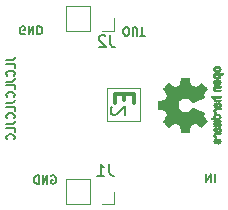
<source format=gbr>
%TF.GenerationSoftware,KiCad,Pcbnew,6.0.0-d3dd2cf0fa~116~ubuntu20.04.1*%
%TF.CreationDate,2022-02-06T14:44:09+01:00*%
%TF.ProjectId,vreg1,76726567-312e-46b6-9963-61645f706362,rev?*%
%TF.SameCoordinates,Original*%
%TF.FileFunction,Legend,Bot*%
%TF.FilePolarity,Positive*%
%FSLAX46Y46*%
G04 Gerber Fmt 4.6, Leading zero omitted, Abs format (unit mm)*
G04 Created by KiCad (PCBNEW 6.0.0-d3dd2cf0fa~116~ubuntu20.04.1) date 2022-02-06 14:44:09*
%MOMM*%
%LPD*%
G01*
G04 APERTURE LIST*
%ADD10C,0.150000*%
%ADD11C,0.300000*%
%ADD12C,0.200000*%
%ADD13C,0.120000*%
%ADD14C,0.010000*%
G04 APERTURE END LIST*
D10*
X98116666Y-86666666D02*
X98616666Y-86666666D01*
X98716666Y-86633333D01*
X98783333Y-86566666D01*
X98816666Y-86466666D01*
X98816666Y-86400000D01*
X98816666Y-87333333D02*
X98816666Y-87000000D01*
X98116666Y-87000000D01*
X98750000Y-87966666D02*
X98783333Y-87933333D01*
X98816666Y-87833333D01*
X98816666Y-87766666D01*
X98783333Y-87666666D01*
X98716666Y-87600000D01*
X98650000Y-87566666D01*
X98516666Y-87533333D01*
X98416666Y-87533333D01*
X98283333Y-87566666D01*
X98216666Y-87600000D01*
X98150000Y-87666666D01*
X98116666Y-87766666D01*
X98116666Y-87833333D01*
X98150000Y-87933333D01*
X98183333Y-87966666D01*
X98116666Y-88466666D02*
X98616666Y-88466666D01*
X98716666Y-88433333D01*
X98783333Y-88366666D01*
X98816666Y-88266666D01*
X98816666Y-88200000D01*
X98816666Y-89133333D02*
X98816666Y-88800000D01*
X98116666Y-88800000D01*
X98750000Y-89766666D02*
X98783333Y-89733333D01*
X98816666Y-89633333D01*
X98816666Y-89566666D01*
X98783333Y-89466666D01*
X98716666Y-89400000D01*
X98650000Y-89366666D01*
X98516666Y-89333333D01*
X98416666Y-89333333D01*
X98283333Y-89366666D01*
X98216666Y-89400000D01*
X98150000Y-89466666D01*
X98116666Y-89566666D01*
X98116666Y-89633333D01*
X98150000Y-89733333D01*
X98183333Y-89766666D01*
X98116666Y-90266666D02*
X98616666Y-90266666D01*
X98716666Y-90233333D01*
X98783333Y-90166666D01*
X98816666Y-90066666D01*
X98816666Y-90000000D01*
X98816666Y-90933333D02*
X98816666Y-90600000D01*
X98116666Y-90600000D01*
X98750000Y-91566666D02*
X98783333Y-91533333D01*
X98816666Y-91433333D01*
X98816666Y-91366666D01*
X98783333Y-91266666D01*
X98716666Y-91200000D01*
X98650000Y-91166666D01*
X98516666Y-91133333D01*
X98416666Y-91133333D01*
X98283333Y-91166666D01*
X98216666Y-91200000D01*
X98150000Y-91266666D01*
X98116666Y-91366666D01*
X98116666Y-91433333D01*
X98150000Y-91533333D01*
X98183333Y-91566666D01*
X98116666Y-92066666D02*
X98616666Y-92066666D01*
X98716666Y-92033333D01*
X98783333Y-91966666D01*
X98816666Y-91866666D01*
X98816666Y-91800000D01*
X98816666Y-92733333D02*
X98816666Y-92400000D01*
X98116666Y-92400000D01*
X98750000Y-93366666D02*
X98783333Y-93333333D01*
X98816666Y-93233333D01*
X98816666Y-93166666D01*
X98783333Y-93066666D01*
X98716666Y-93000000D01*
X98650000Y-92966666D01*
X98516666Y-92933333D01*
X98416666Y-92933333D01*
X98283333Y-92966666D01*
X98216666Y-93000000D01*
X98150000Y-93066666D01*
X98116666Y-93166666D01*
X98116666Y-93233333D01*
X98150000Y-93333333D01*
X98183333Y-93366666D01*
%TO.C,TP5*%
X115766666Y-96999509D02*
X115766666Y-96299509D01*
X115433333Y-96999509D02*
X115433333Y-96299509D01*
X115033333Y-96999509D01*
X115033333Y-96299509D01*
%TO.C,TP6*%
X99666666Y-84450000D02*
X99600000Y-84483333D01*
X99500000Y-84483333D01*
X99400000Y-84450000D01*
X99333333Y-84383333D01*
X99300000Y-84316666D01*
X99266666Y-84183333D01*
X99266666Y-84083333D01*
X99300000Y-83950000D01*
X99333333Y-83883333D01*
X99400000Y-83816666D01*
X99500000Y-83783333D01*
X99566666Y-83783333D01*
X99666666Y-83816666D01*
X99700000Y-83850000D01*
X99700000Y-84083333D01*
X99566666Y-84083333D01*
X100000000Y-83783333D02*
X100000000Y-84483333D01*
X100400000Y-83783333D01*
X100400000Y-84483333D01*
X100733333Y-83783333D02*
X100733333Y-84483333D01*
X100900000Y-84483333D01*
X101000000Y-84450000D01*
X101066666Y-84383333D01*
X101100000Y-84316666D01*
X101133333Y-84183333D01*
X101133333Y-84083333D01*
X101100000Y-83950000D01*
X101066666Y-83883333D01*
X101000000Y-83816666D01*
X100900000Y-83783333D01*
X100733333Y-83783333D01*
%TO.C,TP7*%
X101933333Y-96450000D02*
X102000000Y-96416666D01*
X102100000Y-96416666D01*
X102200000Y-96450000D01*
X102266666Y-96516666D01*
X102300000Y-96583333D01*
X102333333Y-96716666D01*
X102333333Y-96816666D01*
X102300000Y-96950000D01*
X102266666Y-97016666D01*
X102200000Y-97083333D01*
X102100000Y-97116666D01*
X102033333Y-97116666D01*
X101933333Y-97083333D01*
X101900000Y-97050000D01*
X101900000Y-96816666D01*
X102033333Y-96816666D01*
X101600000Y-97116666D02*
X101600000Y-96416666D01*
X101200000Y-97116666D01*
X101200000Y-96416666D01*
X100866666Y-97116666D02*
X100866666Y-96416666D01*
X100700000Y-96416666D01*
X100600000Y-96450000D01*
X100533333Y-96516666D01*
X100500000Y-96583333D01*
X100466666Y-96716666D01*
X100466666Y-96816666D01*
X100500000Y-96950000D01*
X100533333Y-97016666D01*
X100600000Y-97083333D01*
X100700000Y-97116666D01*
X100866666Y-97116666D01*
%TO.C,TP8*%
X108200000Y-84583333D02*
X108333333Y-84583333D01*
X108400000Y-84550000D01*
X108466666Y-84483333D01*
X108500000Y-84350000D01*
X108500000Y-84116666D01*
X108466666Y-83983333D01*
X108400000Y-83916666D01*
X108333333Y-83883333D01*
X108200000Y-83883333D01*
X108133333Y-83916666D01*
X108066666Y-83983333D01*
X108033333Y-84116666D01*
X108033333Y-84350000D01*
X108066666Y-84483333D01*
X108133333Y-84550000D01*
X108200000Y-84583333D01*
X108800000Y-84583333D02*
X108800000Y-84016666D01*
X108833333Y-83950000D01*
X108866666Y-83916666D01*
X108933333Y-83883333D01*
X109066666Y-83883333D01*
X109133333Y-83916666D01*
X109166666Y-83950000D01*
X109200000Y-84016666D01*
X109200000Y-84583333D01*
X109433333Y-84583333D02*
X109833333Y-84583333D01*
X109633333Y-83883333D02*
X109633333Y-84583333D01*
%TO.C,J2*%
X106933333Y-84552380D02*
X106933333Y-85266666D01*
X106980952Y-85409523D01*
X107076190Y-85504761D01*
X107219047Y-85552380D01*
X107314285Y-85552380D01*
X106504761Y-84647619D02*
X106457142Y-84600000D01*
X106361904Y-84552380D01*
X106123809Y-84552380D01*
X106028571Y-84600000D01*
X105980952Y-84647619D01*
X105933333Y-84742857D01*
X105933333Y-84838095D01*
X105980952Y-84980952D01*
X106552380Y-85552380D01*
X105933333Y-85552380D01*
%TO.C,J1*%
X106833333Y-95452380D02*
X106833333Y-96166666D01*
X106880952Y-96309523D01*
X106976190Y-96404761D01*
X107119047Y-96452380D01*
X107214285Y-96452380D01*
X105833333Y-96452380D02*
X106404761Y-96452380D01*
X106119047Y-96452380D02*
X106119047Y-95452380D01*
X106214285Y-95595238D01*
X106309523Y-95690476D01*
X106404761Y-95738095D01*
D11*
%TO.C,E*%
X108085714Y-89507142D02*
X108085714Y-90040476D01*
X108923809Y-90269047D02*
X108923809Y-89507142D01*
X107323809Y-89507142D01*
X107323809Y-90269047D01*
D12*
X107057142Y-90607142D02*
X107000000Y-90664285D01*
X106942857Y-90778571D01*
X106942857Y-91064285D01*
X107000000Y-91178571D01*
X107057142Y-91235714D01*
X107171428Y-91292857D01*
X107285714Y-91292857D01*
X107457142Y-91235714D01*
X108142857Y-90550000D01*
X108142857Y-91292857D01*
D13*
%TO.C,J2*%
X106200000Y-84160000D02*
X107260000Y-84160000D01*
X107260000Y-84160000D02*
X107260000Y-83100000D01*
X103140000Y-84160000D02*
X103140000Y-82040000D01*
X105200000Y-84160000D02*
X105200000Y-82040000D01*
X105200000Y-82040000D02*
X103140000Y-82040000D01*
X105200000Y-84160000D02*
X103140000Y-84160000D01*
%TO.C,J1*%
X107260000Y-98860000D02*
X107260000Y-97800000D01*
X103140000Y-98860000D02*
X103140000Y-96740000D01*
X105200000Y-98860000D02*
X103140000Y-98860000D01*
X106200000Y-98860000D02*
X107260000Y-98860000D01*
X105200000Y-98860000D02*
X105200000Y-96740000D01*
X105200000Y-96740000D02*
X103140000Y-96740000D01*
D14*
%TO.C,REF\u002A\u002A*%
X115649755Y-90979926D02*
X115674084Y-91045858D01*
X115674084Y-91045858D02*
X115717117Y-91099273D01*
X115717117Y-91099273D02*
X115747409Y-91120164D01*
X115747409Y-91120164D02*
X115802994Y-91142939D01*
X115802994Y-91142939D02*
X115843186Y-91142466D01*
X115843186Y-91142466D02*
X115870217Y-91118562D01*
X115870217Y-91118562D02*
X115874813Y-91109717D01*
X115874813Y-91109717D02*
X115889144Y-91071530D01*
X115889144Y-91071530D02*
X115885472Y-91052028D01*
X115885472Y-91052028D02*
X115861407Y-91045422D01*
X115861407Y-91045422D02*
X115848114Y-91045086D01*
X115848114Y-91045086D02*
X115799210Y-91032992D01*
X115799210Y-91032992D02*
X115764999Y-91001471D01*
X115764999Y-91001471D02*
X115748476Y-90957659D01*
X115748476Y-90957659D02*
X115752634Y-90908695D01*
X115752634Y-90908695D02*
X115774227Y-90868894D01*
X115774227Y-90868894D02*
X115786544Y-90855450D01*
X115786544Y-90855450D02*
X115801487Y-90845921D01*
X115801487Y-90845921D02*
X115824075Y-90839485D01*
X115824075Y-90839485D02*
X115859328Y-90835317D01*
X115859328Y-90835317D02*
X115912266Y-90832597D01*
X115912266Y-90832597D02*
X115987907Y-90830502D01*
X115987907Y-90830502D02*
X116011857Y-90829960D01*
X116011857Y-90829960D02*
X116093790Y-90827981D01*
X116093790Y-90827981D02*
X116151455Y-90825731D01*
X116151455Y-90825731D02*
X116189608Y-90822357D01*
X116189608Y-90822357D02*
X116213004Y-90817006D01*
X116213004Y-90817006D02*
X116226398Y-90808824D01*
X116226398Y-90808824D02*
X116234545Y-90796959D01*
X116234545Y-90796959D02*
X116238144Y-90789362D01*
X116238144Y-90789362D02*
X116250452Y-90757102D01*
X116250452Y-90757102D02*
X116254514Y-90738111D01*
X116254514Y-90738111D02*
X116240948Y-90731836D01*
X116240948Y-90731836D02*
X116199934Y-90728006D01*
X116199934Y-90728006D02*
X116130999Y-90726600D01*
X116130999Y-90726600D02*
X116033669Y-90727598D01*
X116033669Y-90727598D02*
X116018657Y-90727908D01*
X116018657Y-90727908D02*
X115929859Y-90730101D01*
X115929859Y-90730101D02*
X115865019Y-90732693D01*
X115865019Y-90732693D02*
X115819067Y-90736382D01*
X115819067Y-90736382D02*
X115786935Y-90741864D01*
X115786935Y-90741864D02*
X115763553Y-90749835D01*
X115763553Y-90749835D02*
X115743852Y-90760993D01*
X115743852Y-90760993D02*
X115735410Y-90766830D01*
X115735410Y-90766830D02*
X115698057Y-90800296D01*
X115698057Y-90800296D02*
X115669003Y-90837727D01*
X115669003Y-90837727D02*
X115666467Y-90842309D01*
X115666467Y-90842309D02*
X115646443Y-90909426D01*
X115646443Y-90909426D02*
X115649755Y-90979926D01*
X115649755Y-90979926D02*
X115649755Y-90979926D01*
G36*
X116199934Y-90728006D02*
G01*
X116240948Y-90731836D01*
X116254514Y-90738111D01*
X116250452Y-90757102D01*
X116238144Y-90789362D01*
X116234545Y-90796959D01*
X116226398Y-90808824D01*
X116213004Y-90817006D01*
X116189608Y-90822357D01*
X116151455Y-90825731D01*
X116093790Y-90827981D01*
X116011857Y-90829960D01*
X115987907Y-90830502D01*
X115912266Y-90832597D01*
X115859328Y-90835317D01*
X115824075Y-90839485D01*
X115801487Y-90845921D01*
X115786544Y-90855450D01*
X115774227Y-90868894D01*
X115752634Y-90908695D01*
X115748476Y-90957659D01*
X115764999Y-91001471D01*
X115799210Y-91032992D01*
X115848114Y-91045086D01*
X115861407Y-91045422D01*
X115885472Y-91052028D01*
X115889144Y-91071530D01*
X115874813Y-91109717D01*
X115870217Y-91118562D01*
X115843186Y-91142466D01*
X115802994Y-91142939D01*
X115747409Y-91120164D01*
X115717117Y-91099273D01*
X115674084Y-91045858D01*
X115649755Y-90979926D01*
X115646443Y-90909426D01*
X115666467Y-90842309D01*
X115669003Y-90837727D01*
X115698057Y-90800296D01*
X115735410Y-90766830D01*
X115743852Y-90760993D01*
X115763553Y-90749835D01*
X115786935Y-90741864D01*
X115819067Y-90736382D01*
X115865019Y-90732693D01*
X115929859Y-90730101D01*
X116018657Y-90727908D01*
X116033669Y-90727598D01*
X116130999Y-90726600D01*
X116199934Y-90728006D01*
G37*
X116199934Y-90728006D02*
X116240948Y-90731836D01*
X116254514Y-90738111D01*
X116250452Y-90757102D01*
X116238144Y-90789362D01*
X116234545Y-90796959D01*
X116226398Y-90808824D01*
X116213004Y-90817006D01*
X116189608Y-90822357D01*
X116151455Y-90825731D01*
X116093790Y-90827981D01*
X116011857Y-90829960D01*
X115987907Y-90830502D01*
X115912266Y-90832597D01*
X115859328Y-90835317D01*
X115824075Y-90839485D01*
X115801487Y-90845921D01*
X115786544Y-90855450D01*
X115774227Y-90868894D01*
X115752634Y-90908695D01*
X115748476Y-90957659D01*
X115764999Y-91001471D01*
X115799210Y-91032992D01*
X115848114Y-91045086D01*
X115861407Y-91045422D01*
X115885472Y-91052028D01*
X115889144Y-91071530D01*
X115874813Y-91109717D01*
X115870217Y-91118562D01*
X115843186Y-91142466D01*
X115802994Y-91142939D01*
X115747409Y-91120164D01*
X115717117Y-91099273D01*
X115674084Y-91045858D01*
X115649755Y-90979926D01*
X115646443Y-90909426D01*
X115666467Y-90842309D01*
X115669003Y-90837727D01*
X115698057Y-90800296D01*
X115735410Y-90766830D01*
X115743852Y-90760993D01*
X115763553Y-90749835D01*
X115786935Y-90741864D01*
X115819067Y-90736382D01*
X115865019Y-90732693D01*
X115929859Y-90730101D01*
X116018657Y-90727908D01*
X116033669Y-90727598D01*
X116130999Y-90726600D01*
X116199934Y-90728006D01*
X115658752Y-93102600D02*
X115666334Y-93119948D01*
X115666334Y-93119948D02*
X115699128Y-93161356D01*
X115699128Y-93161356D02*
X115746547Y-93196765D01*
X115746547Y-93196765D02*
X115797151Y-93218664D01*
X115797151Y-93218664D02*
X115822098Y-93222229D01*
X115822098Y-93222229D02*
X115856927Y-93210279D01*
X115856927Y-93210279D02*
X115875357Y-93184067D01*
X115875357Y-93184067D02*
X115886516Y-93155964D01*
X115886516Y-93155964D02*
X115888572Y-93143095D01*
X115888572Y-93143095D02*
X115873649Y-93136829D01*
X115873649Y-93136829D02*
X115841175Y-93124456D01*
X115841175Y-93124456D02*
X115826502Y-93119028D01*
X115826502Y-93119028D02*
X115775744Y-93088590D01*
X115775744Y-93088590D02*
X115750427Y-93044520D01*
X115750427Y-93044520D02*
X115751206Y-92988010D01*
X115751206Y-92988010D02*
X115752203Y-92983825D01*
X115752203Y-92983825D02*
X115766507Y-92953655D01*
X115766507Y-92953655D02*
X115794393Y-92931476D01*
X115794393Y-92931476D02*
X115839287Y-92916327D01*
X115839287Y-92916327D02*
X115904615Y-92907250D01*
X115904615Y-92907250D02*
X115993804Y-92903286D01*
X115993804Y-92903286D02*
X116041261Y-92902914D01*
X116041261Y-92902914D02*
X116116071Y-92902730D01*
X116116071Y-92902730D02*
X116167069Y-92901522D01*
X116167069Y-92901522D02*
X116199471Y-92898309D01*
X116199471Y-92898309D02*
X116218495Y-92892109D01*
X116218495Y-92892109D02*
X116229356Y-92881940D01*
X116229356Y-92881940D02*
X116237272Y-92866819D01*
X116237272Y-92866819D02*
X116237670Y-92865946D01*
X116237670Y-92865946D02*
X116249981Y-92836828D01*
X116249981Y-92836828D02*
X116254514Y-92822403D01*
X116254514Y-92822403D02*
X116240809Y-92820186D01*
X116240809Y-92820186D02*
X116202925Y-92818289D01*
X116202925Y-92818289D02*
X116145715Y-92816847D01*
X116145715Y-92816847D02*
X116074027Y-92815998D01*
X116074027Y-92815998D02*
X116021565Y-92815829D01*
X116021565Y-92815829D02*
X115920047Y-92816692D01*
X115920047Y-92816692D02*
X115843032Y-92820070D01*
X115843032Y-92820070D02*
X115786023Y-92827142D01*
X115786023Y-92827142D02*
X115744526Y-92839088D01*
X115744526Y-92839088D02*
X115714043Y-92857090D01*
X115714043Y-92857090D02*
X115690080Y-92882327D01*
X115690080Y-92882327D02*
X115673355Y-92907247D01*
X115673355Y-92907247D02*
X115651097Y-92967171D01*
X115651097Y-92967171D02*
X115646076Y-93036911D01*
X115646076Y-93036911D02*
X115658752Y-93102600D01*
X115658752Y-93102600D02*
X115658752Y-93102600D01*
G36*
X116074027Y-92815998D02*
G01*
X116145715Y-92816847D01*
X116202925Y-92818289D01*
X116240809Y-92820186D01*
X116254514Y-92822403D01*
X116249981Y-92836828D01*
X116237670Y-92865946D01*
X116237272Y-92866819D01*
X116229356Y-92881940D01*
X116218495Y-92892109D01*
X116199471Y-92898309D01*
X116167069Y-92901522D01*
X116116071Y-92902730D01*
X116041261Y-92902914D01*
X115993804Y-92903286D01*
X115904615Y-92907250D01*
X115839287Y-92916327D01*
X115794393Y-92931476D01*
X115766507Y-92953655D01*
X115752203Y-92983825D01*
X115751206Y-92988010D01*
X115750427Y-93044520D01*
X115775744Y-93088590D01*
X115826502Y-93119028D01*
X115841175Y-93124456D01*
X115873649Y-93136829D01*
X115888572Y-93143095D01*
X115886516Y-93155964D01*
X115875357Y-93184067D01*
X115856927Y-93210279D01*
X115822098Y-93222229D01*
X115797151Y-93218664D01*
X115746547Y-93196765D01*
X115699128Y-93161356D01*
X115666334Y-93119948D01*
X115658752Y-93102600D01*
X115646076Y-93036911D01*
X115651097Y-92967171D01*
X115673355Y-92907247D01*
X115690080Y-92882327D01*
X115714043Y-92857090D01*
X115744526Y-92839088D01*
X115786023Y-92827142D01*
X115843032Y-92820070D01*
X115920047Y-92816692D01*
X116021565Y-92815829D01*
X116074027Y-92815998D01*
G37*
X116074027Y-92815998D02*
X116145715Y-92816847D01*
X116202925Y-92818289D01*
X116240809Y-92820186D01*
X116254514Y-92822403D01*
X116249981Y-92836828D01*
X116237670Y-92865946D01*
X116237272Y-92866819D01*
X116229356Y-92881940D01*
X116218495Y-92892109D01*
X116199471Y-92898309D01*
X116167069Y-92901522D01*
X116116071Y-92902730D01*
X116041261Y-92902914D01*
X115993804Y-92903286D01*
X115904615Y-92907250D01*
X115839287Y-92916327D01*
X115794393Y-92931476D01*
X115766507Y-92953655D01*
X115752203Y-92983825D01*
X115751206Y-92988010D01*
X115750427Y-93044520D01*
X115775744Y-93088590D01*
X115826502Y-93119028D01*
X115841175Y-93124456D01*
X115873649Y-93136829D01*
X115888572Y-93143095D01*
X115886516Y-93155964D01*
X115875357Y-93184067D01*
X115856927Y-93210279D01*
X115822098Y-93222229D01*
X115797151Y-93218664D01*
X115746547Y-93196765D01*
X115699128Y-93161356D01*
X115666334Y-93119948D01*
X115658752Y-93102600D01*
X115646076Y-93036911D01*
X115651097Y-92967171D01*
X115673355Y-92907247D01*
X115690080Y-92882327D01*
X115714043Y-92857090D01*
X115744526Y-92839088D01*
X115786023Y-92827142D01*
X115843032Y-92820070D01*
X115920047Y-92816692D01*
X116021565Y-92815829D01*
X116074027Y-92815998D01*
X115658663Y-92229833D02*
X115696850Y-92232048D01*
X115696850Y-92232048D02*
X115754886Y-92233784D01*
X115754886Y-92233784D02*
X115828180Y-92234899D01*
X115828180Y-92234899D02*
X115905055Y-92235257D01*
X115905055Y-92235257D02*
X116165196Y-92235257D01*
X116165196Y-92235257D02*
X116211127Y-92189326D01*
X116211127Y-92189326D02*
X116239429Y-92157675D01*
X116239429Y-92157675D02*
X116250893Y-92129890D01*
X116250893Y-92129890D02*
X116250168Y-92091915D01*
X116250168Y-92091915D02*
X116248321Y-92076840D01*
X116248321Y-92076840D02*
X116242948Y-92029726D01*
X116242948Y-92029726D02*
X116239869Y-91990756D01*
X116239869Y-91990756D02*
X116239585Y-91981257D01*
X116239585Y-91981257D02*
X116241445Y-91949233D01*
X116241445Y-91949233D02*
X116246114Y-91903432D01*
X116246114Y-91903432D02*
X116248321Y-91885674D01*
X116248321Y-91885674D02*
X116251735Y-91842057D01*
X116251735Y-91842057D02*
X116244320Y-91812745D01*
X116244320Y-91812745D02*
X116221427Y-91783680D01*
X116221427Y-91783680D02*
X116211127Y-91773188D01*
X116211127Y-91773188D02*
X116165196Y-91727257D01*
X116165196Y-91727257D02*
X115678602Y-91727257D01*
X115678602Y-91727257D02*
X115661758Y-91764226D01*
X115661758Y-91764226D02*
X115649282Y-91796059D01*
X115649282Y-91796059D02*
X115644914Y-91814683D01*
X115644914Y-91814683D02*
X115658718Y-91819458D01*
X115658718Y-91819458D02*
X115697286Y-91823921D01*
X115697286Y-91823921D02*
X115756356Y-91827775D01*
X115756356Y-91827775D02*
X115831663Y-91830722D01*
X115831663Y-91830722D02*
X115895286Y-91832143D01*
X115895286Y-91832143D02*
X116145657Y-91836114D01*
X116145657Y-91836114D02*
X116150556Y-91870759D01*
X116150556Y-91870759D02*
X116147131Y-91902268D01*
X116147131Y-91902268D02*
X116136041Y-91917708D01*
X116136041Y-91917708D02*
X116115308Y-91922023D01*
X116115308Y-91922023D02*
X116071145Y-91925708D01*
X116071145Y-91925708D02*
X116009146Y-91928469D01*
X116009146Y-91928469D02*
X115934909Y-91930012D01*
X115934909Y-91930012D02*
X115896706Y-91930235D01*
X115896706Y-91930235D02*
X115676783Y-91930457D01*
X115676783Y-91930457D02*
X115660849Y-91976166D01*
X115660849Y-91976166D02*
X115650015Y-92008518D01*
X115650015Y-92008518D02*
X115644962Y-92026115D01*
X115644962Y-92026115D02*
X115644914Y-92026623D01*
X115644914Y-92026623D02*
X115658648Y-92028388D01*
X115658648Y-92028388D02*
X115696730Y-92030329D01*
X115696730Y-92030329D02*
X115754482Y-92032282D01*
X115754482Y-92032282D02*
X115827227Y-92034084D01*
X115827227Y-92034084D02*
X115895286Y-92035343D01*
X115895286Y-92035343D02*
X116145657Y-92039314D01*
X116145657Y-92039314D02*
X116145657Y-92126400D01*
X116145657Y-92126400D02*
X115917240Y-92130396D01*
X115917240Y-92130396D02*
X115688822Y-92134392D01*
X115688822Y-92134392D02*
X115666868Y-92176847D01*
X115666868Y-92176847D02*
X115651793Y-92208192D01*
X115651793Y-92208192D02*
X115644951Y-92226744D01*
X115644951Y-92226744D02*
X115644914Y-92227279D01*
X115644914Y-92227279D02*
X115658663Y-92229833D01*
X115658663Y-92229833D02*
X115658663Y-92229833D01*
G36*
X116211127Y-91773188D02*
G01*
X116221427Y-91783680D01*
X116244320Y-91812745D01*
X116251735Y-91842057D01*
X116248321Y-91885674D01*
X116246114Y-91903432D01*
X116241445Y-91949233D01*
X116239585Y-91981257D01*
X116239869Y-91990756D01*
X116242948Y-92029726D01*
X116248321Y-92076840D01*
X116250168Y-92091915D01*
X116250893Y-92129890D01*
X116239429Y-92157675D01*
X116211127Y-92189326D01*
X116165196Y-92235257D01*
X115905055Y-92235257D01*
X115828180Y-92234899D01*
X115754886Y-92233784D01*
X115696850Y-92232048D01*
X115658663Y-92229833D01*
X115644914Y-92227279D01*
X115644951Y-92226744D01*
X115651793Y-92208192D01*
X115666868Y-92176847D01*
X115688822Y-92134392D01*
X115917240Y-92130396D01*
X116145657Y-92126400D01*
X116145657Y-92039314D01*
X115895286Y-92035343D01*
X115827227Y-92034084D01*
X115754482Y-92032282D01*
X115696730Y-92030329D01*
X115658648Y-92028388D01*
X115644914Y-92026623D01*
X115644962Y-92026115D01*
X115650015Y-92008518D01*
X115660849Y-91976166D01*
X115676783Y-91930457D01*
X115896706Y-91930235D01*
X115934909Y-91930012D01*
X116009146Y-91928469D01*
X116071145Y-91925708D01*
X116115308Y-91922023D01*
X116136041Y-91917708D01*
X116147131Y-91902268D01*
X116150556Y-91870759D01*
X116145657Y-91836114D01*
X115895286Y-91832143D01*
X115831663Y-91830722D01*
X115756356Y-91827775D01*
X115697286Y-91823921D01*
X115658718Y-91819458D01*
X115644914Y-91814683D01*
X115649282Y-91796059D01*
X115661758Y-91764226D01*
X115678602Y-91727257D01*
X116165196Y-91727257D01*
X116211127Y-91773188D01*
G37*
X116211127Y-91773188D02*
X116221427Y-91783680D01*
X116244320Y-91812745D01*
X116251735Y-91842057D01*
X116248321Y-91885674D01*
X116246114Y-91903432D01*
X116241445Y-91949233D01*
X116239585Y-91981257D01*
X116239869Y-91990756D01*
X116242948Y-92029726D01*
X116248321Y-92076840D01*
X116250168Y-92091915D01*
X116250893Y-92129890D01*
X116239429Y-92157675D01*
X116211127Y-92189326D01*
X116165196Y-92235257D01*
X115905055Y-92235257D01*
X115828180Y-92234899D01*
X115754886Y-92233784D01*
X115696850Y-92232048D01*
X115658663Y-92229833D01*
X115644914Y-92227279D01*
X115644951Y-92226744D01*
X115651793Y-92208192D01*
X115666868Y-92176847D01*
X115688822Y-92134392D01*
X115917240Y-92130396D01*
X116145657Y-92126400D01*
X116145657Y-92039314D01*
X115895286Y-92035343D01*
X115827227Y-92034084D01*
X115754482Y-92032282D01*
X115696730Y-92030329D01*
X115658648Y-92028388D01*
X115644914Y-92026623D01*
X115644962Y-92026115D01*
X115650015Y-92008518D01*
X115660849Y-91976166D01*
X115676783Y-91930457D01*
X115896706Y-91930235D01*
X115934909Y-91930012D01*
X116009146Y-91928469D01*
X116071145Y-91925708D01*
X116115308Y-91922023D01*
X116136041Y-91917708D01*
X116147131Y-91902268D01*
X116150556Y-91870759D01*
X116145657Y-91836114D01*
X115895286Y-91832143D01*
X115831663Y-91830722D01*
X115756356Y-91827775D01*
X115697286Y-91823921D01*
X115658718Y-91819458D01*
X115644914Y-91814683D01*
X115649282Y-91796059D01*
X115661758Y-91764226D01*
X115678602Y-91727257D01*
X116165196Y-91727257D01*
X116211127Y-91773188D01*
X115619918Y-88049744D02*
X115647568Y-88105201D01*
X115647568Y-88105201D02*
X115698480Y-88154148D01*
X115698480Y-88154148D02*
X115717338Y-88167629D01*
X115717338Y-88167629D02*
X115742015Y-88182314D01*
X115742015Y-88182314D02*
X115768816Y-88191842D01*
X115768816Y-88191842D02*
X115804587Y-88197293D01*
X115804587Y-88197293D02*
X115856169Y-88199747D01*
X115856169Y-88199747D02*
X115924267Y-88200286D01*
X115924267Y-88200286D02*
X116017588Y-88197852D01*
X116017588Y-88197852D02*
X116087657Y-88189394D01*
X116087657Y-88189394D02*
X116139931Y-88173174D01*
X116139931Y-88173174D02*
X116179869Y-88147454D01*
X116179869Y-88147454D02*
X116212929Y-88110497D01*
X116212929Y-88110497D02*
X116214886Y-88107782D01*
X116214886Y-88107782D02*
X116234908Y-88071360D01*
X116234908Y-88071360D02*
X116244815Y-88027502D01*
X116244815Y-88027502D02*
X116247257Y-87971724D01*
X116247257Y-87971724D02*
X116247257Y-87881048D01*
X116247257Y-87881048D02*
X116335283Y-87881010D01*
X116335283Y-87881010D02*
X116384308Y-87880166D01*
X116384308Y-87880166D02*
X116413065Y-87875024D01*
X116413065Y-87875024D02*
X116430311Y-87861587D01*
X116430311Y-87861587D02*
X116444808Y-87835858D01*
X116444808Y-87835858D02*
X116447769Y-87829679D01*
X116447769Y-87829679D02*
X116461648Y-87800764D01*
X116461648Y-87800764D02*
X116470414Y-87778376D01*
X116470414Y-87778376D02*
X116471171Y-87761729D01*
X116471171Y-87761729D02*
X116461023Y-87750036D01*
X116461023Y-87750036D02*
X116437073Y-87742510D01*
X116437073Y-87742510D02*
X116396426Y-87738366D01*
X116396426Y-87738366D02*
X116336186Y-87736815D01*
X116336186Y-87736815D02*
X116253455Y-87737071D01*
X116253455Y-87737071D02*
X116145339Y-87738349D01*
X116145339Y-87738349D02*
X116113000Y-87738748D01*
X116113000Y-87738748D02*
X116001524Y-87740185D01*
X116001524Y-87740185D02*
X115928603Y-87741472D01*
X115928603Y-87741472D02*
X115928603Y-87880971D01*
X115928603Y-87880971D02*
X115990499Y-87881755D01*
X115990499Y-87881755D02*
X116030997Y-87885240D01*
X116030997Y-87885240D02*
X116057708Y-87893124D01*
X116057708Y-87893124D02*
X116078244Y-87907105D01*
X116078244Y-87907105D02*
X116088260Y-87916597D01*
X116088260Y-87916597D02*
X116117567Y-87955404D01*
X116117567Y-87955404D02*
X116119952Y-87989763D01*
X116119952Y-87989763D02*
X116095750Y-88025216D01*
X116095750Y-88025216D02*
X116094857Y-88026114D01*
X116094857Y-88026114D02*
X116076153Y-88040539D01*
X116076153Y-88040539D02*
X116050732Y-88049313D01*
X116050732Y-88049313D02*
X116011584Y-88053739D01*
X116011584Y-88053739D02*
X115951697Y-88055118D01*
X115951697Y-88055118D02*
X115938430Y-88055143D01*
X115938430Y-88055143D02*
X115855901Y-88051812D01*
X115855901Y-88051812D02*
X115798691Y-88040969D01*
X115798691Y-88040969D02*
X115763766Y-88021340D01*
X115763766Y-88021340D02*
X115748094Y-87991650D01*
X115748094Y-87991650D02*
X115746514Y-87974491D01*
X115746514Y-87974491D02*
X115753926Y-87933766D01*
X115753926Y-87933766D02*
X115778330Y-87905832D01*
X115778330Y-87905832D02*
X115822980Y-87889017D01*
X115822980Y-87889017D02*
X115891130Y-87881650D01*
X115891130Y-87881650D02*
X115928603Y-87880971D01*
X115928603Y-87880971D02*
X115928603Y-87741472D01*
X115928603Y-87741472D02*
X115915245Y-87741708D01*
X115915245Y-87741708D02*
X115850333Y-87743677D01*
X115850333Y-87743677D02*
X115802958Y-87746450D01*
X115802958Y-87746450D02*
X115769290Y-87750388D01*
X115769290Y-87750388D02*
X115745498Y-87755849D01*
X115745498Y-87755849D02*
X115727753Y-87763192D01*
X115727753Y-87763192D02*
X115712224Y-87772777D01*
X115712224Y-87772777D02*
X115706381Y-87776887D01*
X115706381Y-87776887D02*
X115651185Y-87831405D01*
X115651185Y-87831405D02*
X115619890Y-87900336D01*
X115619890Y-87900336D02*
X115611165Y-87980072D01*
X115611165Y-87980072D02*
X115619918Y-88049744D01*
X115619918Y-88049744D02*
X115619918Y-88049744D01*
G36*
X116113000Y-87738748D02*
G01*
X116145339Y-87738349D01*
X116253455Y-87737071D01*
X116336186Y-87736815D01*
X116396426Y-87738366D01*
X116437073Y-87742510D01*
X116461023Y-87750036D01*
X116471171Y-87761729D01*
X116470414Y-87778376D01*
X116461648Y-87800764D01*
X116447769Y-87829679D01*
X116444808Y-87835858D01*
X116430311Y-87861587D01*
X116413065Y-87875024D01*
X116384308Y-87880166D01*
X116335283Y-87881010D01*
X116247257Y-87881048D01*
X116247257Y-87971724D01*
X116244815Y-88027502D01*
X116234908Y-88071360D01*
X116214886Y-88107782D01*
X116212929Y-88110497D01*
X116179869Y-88147454D01*
X116139931Y-88173174D01*
X116087657Y-88189394D01*
X116017588Y-88197852D01*
X115924267Y-88200286D01*
X115856169Y-88199747D01*
X115804587Y-88197293D01*
X115768816Y-88191842D01*
X115742015Y-88182314D01*
X115717338Y-88167629D01*
X115698480Y-88154148D01*
X115647568Y-88105201D01*
X115619918Y-88049744D01*
X115611165Y-87980072D01*
X115611776Y-87974491D01*
X115746514Y-87974491D01*
X115748094Y-87991650D01*
X115763766Y-88021340D01*
X115798691Y-88040969D01*
X115855901Y-88051812D01*
X115938430Y-88055143D01*
X115951697Y-88055118D01*
X116011584Y-88053739D01*
X116050732Y-88049313D01*
X116076153Y-88040539D01*
X116094857Y-88026114D01*
X116095750Y-88025216D01*
X116119952Y-87989763D01*
X116117567Y-87955404D01*
X116088260Y-87916597D01*
X116078244Y-87907105D01*
X116057708Y-87893124D01*
X116030997Y-87885240D01*
X115990499Y-87881755D01*
X115928603Y-87880971D01*
X115891130Y-87881650D01*
X115822980Y-87889017D01*
X115778330Y-87905832D01*
X115753926Y-87933766D01*
X115746514Y-87974491D01*
X115611776Y-87974491D01*
X115619890Y-87900336D01*
X115651185Y-87831405D01*
X115706381Y-87776887D01*
X115712224Y-87772777D01*
X115727753Y-87763192D01*
X115745498Y-87755849D01*
X115769290Y-87750388D01*
X115802958Y-87746450D01*
X115850333Y-87743677D01*
X115915245Y-87741708D01*
X115928603Y-87741472D01*
X116001524Y-87740185D01*
X116113000Y-87738748D01*
G37*
X116113000Y-87738748D02*
X116145339Y-87738349D01*
X116253455Y-87737071D01*
X116336186Y-87736815D01*
X116396426Y-87738366D01*
X116437073Y-87742510D01*
X116461023Y-87750036D01*
X116471171Y-87761729D01*
X116470414Y-87778376D01*
X116461648Y-87800764D01*
X116447769Y-87829679D01*
X116444808Y-87835858D01*
X116430311Y-87861587D01*
X116413065Y-87875024D01*
X116384308Y-87880166D01*
X116335283Y-87881010D01*
X116247257Y-87881048D01*
X116247257Y-87971724D01*
X116244815Y-88027502D01*
X116234908Y-88071360D01*
X116214886Y-88107782D01*
X116212929Y-88110497D01*
X116179869Y-88147454D01*
X116139931Y-88173174D01*
X116087657Y-88189394D01*
X116017588Y-88197852D01*
X115924267Y-88200286D01*
X115856169Y-88199747D01*
X115804587Y-88197293D01*
X115768816Y-88191842D01*
X115742015Y-88182314D01*
X115717338Y-88167629D01*
X115698480Y-88154148D01*
X115647568Y-88105201D01*
X115619918Y-88049744D01*
X115611165Y-87980072D01*
X115611776Y-87974491D01*
X115746514Y-87974491D01*
X115748094Y-87991650D01*
X115763766Y-88021340D01*
X115798691Y-88040969D01*
X115855901Y-88051812D01*
X115938430Y-88055143D01*
X115951697Y-88055118D01*
X116011584Y-88053739D01*
X116050732Y-88049313D01*
X116076153Y-88040539D01*
X116094857Y-88026114D01*
X116095750Y-88025216D01*
X116119952Y-87989763D01*
X116117567Y-87955404D01*
X116088260Y-87916597D01*
X116078244Y-87907105D01*
X116057708Y-87893124D01*
X116030997Y-87885240D01*
X115990499Y-87881755D01*
X115928603Y-87880971D01*
X115891130Y-87881650D01*
X115822980Y-87889017D01*
X115778330Y-87905832D01*
X115753926Y-87933766D01*
X115746514Y-87974491D01*
X115611776Y-87974491D01*
X115619890Y-87900336D01*
X115651185Y-87831405D01*
X115706381Y-87776887D01*
X115712224Y-87772777D01*
X115727753Y-87763192D01*
X115745498Y-87755849D01*
X115769290Y-87750388D01*
X115802958Y-87746450D01*
X115850333Y-87743677D01*
X115915245Y-87741708D01*
X115928603Y-87741472D01*
X116001524Y-87740185D01*
X116113000Y-87738748D01*
X115551289Y-89825886D02*
X115610613Y-89830139D01*
X115610613Y-89830139D02*
X115645572Y-89835025D01*
X115645572Y-89835025D02*
X115660820Y-89841795D01*
X115660820Y-89841795D02*
X115661015Y-89851702D01*
X115661015Y-89851702D02*
X115659195Y-89854914D01*
X115659195Y-89854914D02*
X115646015Y-89897644D01*
X115646015Y-89897644D02*
X115646785Y-89953227D01*
X115646785Y-89953227D02*
X115660333Y-90009737D01*
X115660333Y-90009737D02*
X115677861Y-90045082D01*
X115677861Y-90045082D02*
X115705861Y-90081321D01*
X115705861Y-90081321D02*
X115737549Y-90107813D01*
X115737549Y-90107813D02*
X115777813Y-90125999D01*
X115777813Y-90125999D02*
X115831543Y-90137322D01*
X115831543Y-90137322D02*
X115903626Y-90143222D01*
X115903626Y-90143222D02*
X115998951Y-90145143D01*
X115998951Y-90145143D02*
X116017237Y-90145177D01*
X116017237Y-90145177D02*
X116222646Y-90145200D01*
X116222646Y-90145200D02*
X116238580Y-90099491D01*
X116238580Y-90099491D02*
X116249420Y-90067027D01*
X116249420Y-90067027D02*
X116254468Y-90049215D01*
X116254468Y-90049215D02*
X116254514Y-90048691D01*
X116254514Y-90048691D02*
X116240828Y-90046937D01*
X116240828Y-90046937D02*
X116203076Y-90045444D01*
X116203076Y-90045444D02*
X116146224Y-90044326D01*
X116146224Y-90044326D02*
X116075234Y-90043697D01*
X116075234Y-90043697D02*
X116032073Y-90043600D01*
X116032073Y-90043600D02*
X115946973Y-90043398D01*
X115946973Y-90043398D02*
X115885981Y-90042358D01*
X115885981Y-90042358D02*
X115844177Y-90039831D01*
X115844177Y-90039831D02*
X115816642Y-90035164D01*
X115816642Y-90035164D02*
X115798456Y-90027707D01*
X115798456Y-90027707D02*
X115784698Y-90016811D01*
X115784698Y-90016811D02*
X115778073Y-90010007D01*
X115778073Y-90010007D02*
X115751375Y-89963272D01*
X115751375Y-89963272D02*
X115749375Y-89912272D01*
X115749375Y-89912272D02*
X115771955Y-89866001D01*
X115771955Y-89866001D02*
X115780107Y-89857444D01*
X115780107Y-89857444D02*
X115795436Y-89844893D01*
X115795436Y-89844893D02*
X115813618Y-89836188D01*
X115813618Y-89836188D02*
X115839909Y-89830631D01*
X115839909Y-89830631D02*
X115879562Y-89827526D01*
X115879562Y-89827526D02*
X115937832Y-89826176D01*
X115937832Y-89826176D02*
X116018173Y-89825886D01*
X116018173Y-89825886D02*
X116222646Y-89825886D01*
X116222646Y-89825886D02*
X116238580Y-89780177D01*
X116238580Y-89780177D02*
X116249420Y-89747713D01*
X116249420Y-89747713D02*
X116254468Y-89729901D01*
X116254468Y-89729901D02*
X116254514Y-89729377D01*
X116254514Y-89729377D02*
X116240623Y-89728037D01*
X116240623Y-89728037D02*
X116201439Y-89726828D01*
X116201439Y-89726828D02*
X116140700Y-89725801D01*
X116140700Y-89725801D02*
X116062141Y-89725002D01*
X116062141Y-89725002D02*
X115969498Y-89724481D01*
X115969498Y-89724481D02*
X115866509Y-89724286D01*
X115866509Y-89724286D02*
X115469342Y-89724286D01*
X115469342Y-89724286D02*
X115449444Y-89771457D01*
X115449444Y-89771457D02*
X115429547Y-89818629D01*
X115429547Y-89818629D02*
X115551289Y-89825886D01*
X115551289Y-89825886D02*
X115551289Y-89825886D01*
G36*
X115969498Y-89724481D02*
G01*
X116062141Y-89725002D01*
X116140700Y-89725801D01*
X116201439Y-89726828D01*
X116240623Y-89728037D01*
X116254514Y-89729377D01*
X116254468Y-89729901D01*
X116249420Y-89747713D01*
X116238580Y-89780177D01*
X116222646Y-89825886D01*
X116018173Y-89825886D01*
X115937832Y-89826176D01*
X115879562Y-89827526D01*
X115839909Y-89830631D01*
X115813618Y-89836188D01*
X115795436Y-89844893D01*
X115780107Y-89857444D01*
X115771955Y-89866001D01*
X115749375Y-89912272D01*
X115751375Y-89963272D01*
X115778073Y-90010007D01*
X115784698Y-90016811D01*
X115798456Y-90027707D01*
X115816642Y-90035164D01*
X115844177Y-90039831D01*
X115885981Y-90042358D01*
X115946973Y-90043398D01*
X116032073Y-90043600D01*
X116075234Y-90043697D01*
X116146224Y-90044326D01*
X116203076Y-90045444D01*
X116240828Y-90046937D01*
X116254514Y-90048691D01*
X116254468Y-90049215D01*
X116249420Y-90067027D01*
X116238580Y-90099491D01*
X116222646Y-90145200D01*
X116017237Y-90145177D01*
X115998951Y-90145143D01*
X115903626Y-90143222D01*
X115831543Y-90137322D01*
X115777813Y-90125999D01*
X115737549Y-90107813D01*
X115705861Y-90081321D01*
X115677861Y-90045082D01*
X115660333Y-90009737D01*
X115646785Y-89953227D01*
X115646015Y-89897644D01*
X115659195Y-89854914D01*
X115661015Y-89851702D01*
X115660820Y-89841795D01*
X115645572Y-89835025D01*
X115610613Y-89830139D01*
X115551289Y-89825886D01*
X115429547Y-89818629D01*
X115449444Y-89771457D01*
X115469342Y-89724286D01*
X115866509Y-89724286D01*
X115969498Y-89724481D01*
G37*
X115969498Y-89724481D02*
X116062141Y-89725002D01*
X116140700Y-89725801D01*
X116201439Y-89726828D01*
X116240623Y-89728037D01*
X116254514Y-89729377D01*
X116254468Y-89729901D01*
X116249420Y-89747713D01*
X116238580Y-89780177D01*
X116222646Y-89825886D01*
X116018173Y-89825886D01*
X115937832Y-89826176D01*
X115879562Y-89827526D01*
X115839909Y-89830631D01*
X115813618Y-89836188D01*
X115795436Y-89844893D01*
X115780107Y-89857444D01*
X115771955Y-89866001D01*
X115749375Y-89912272D01*
X115751375Y-89963272D01*
X115778073Y-90010007D01*
X115784698Y-90016811D01*
X115798456Y-90027707D01*
X115816642Y-90035164D01*
X115844177Y-90039831D01*
X115885981Y-90042358D01*
X115946973Y-90043398D01*
X116032073Y-90043600D01*
X116075234Y-90043697D01*
X116146224Y-90044326D01*
X116203076Y-90045444D01*
X116240828Y-90046937D01*
X116254514Y-90048691D01*
X116254468Y-90049215D01*
X116249420Y-90067027D01*
X116238580Y-90099491D01*
X116222646Y-90145200D01*
X116017237Y-90145177D01*
X115998951Y-90145143D01*
X115903626Y-90143222D01*
X115831543Y-90137322D01*
X115777813Y-90125999D01*
X115737549Y-90107813D01*
X115705861Y-90081321D01*
X115677861Y-90045082D01*
X115660333Y-90009737D01*
X115646785Y-89953227D01*
X115646015Y-89897644D01*
X115659195Y-89854914D01*
X115661015Y-89851702D01*
X115660820Y-89841795D01*
X115645572Y-89835025D01*
X115610613Y-89830139D01*
X115551289Y-89825886D01*
X115429547Y-89818629D01*
X115449444Y-89771457D01*
X115469342Y-89724286D01*
X115866509Y-89724286D01*
X115969498Y-89724481D01*
X115627780Y-89166093D02*
X115654723Y-89212672D01*
X115654723Y-89212672D02*
X115681466Y-89245057D01*
X115681466Y-89245057D02*
X115709484Y-89268742D01*
X115709484Y-89268742D02*
X115743748Y-89285059D01*
X115743748Y-89285059D02*
X115789227Y-89295339D01*
X115789227Y-89295339D02*
X115850892Y-89300914D01*
X115850892Y-89300914D02*
X115933711Y-89303116D01*
X115933711Y-89303116D02*
X115993246Y-89303371D01*
X115993246Y-89303371D02*
X116212391Y-89303371D01*
X116212391Y-89303371D02*
X116240044Y-89241686D01*
X116240044Y-89241686D02*
X116267697Y-89180000D01*
X116267697Y-89180000D02*
X116027670Y-89172743D01*
X116027670Y-89172743D02*
X115938028Y-89169744D01*
X115938028Y-89169744D02*
X115872962Y-89166598D01*
X115872962Y-89166598D02*
X115828026Y-89162701D01*
X115828026Y-89162701D02*
X115798770Y-89157447D01*
X115798770Y-89157447D02*
X115780748Y-89150231D01*
X115780748Y-89150231D02*
X115769511Y-89140450D01*
X115769511Y-89140450D02*
X115767079Y-89137312D01*
X115767079Y-89137312D02*
X115748083Y-89089761D01*
X115748083Y-89089761D02*
X115755600Y-89041697D01*
X115755600Y-89041697D02*
X115775543Y-89013086D01*
X115775543Y-89013086D02*
X115789675Y-89001447D01*
X115789675Y-89001447D02*
X115808220Y-88993391D01*
X115808220Y-88993391D02*
X115836334Y-88988271D01*
X115836334Y-88988271D02*
X115879173Y-88985441D01*
X115879173Y-88985441D02*
X115941895Y-88984256D01*
X115941895Y-88984256D02*
X116007261Y-88984057D01*
X116007261Y-88984057D02*
X116089268Y-88984018D01*
X116089268Y-88984018D02*
X116147316Y-88982614D01*
X116147316Y-88982614D02*
X116186465Y-88977914D01*
X116186465Y-88977914D02*
X116211780Y-88967987D01*
X116211780Y-88967987D02*
X116228323Y-88950903D01*
X116228323Y-88950903D02*
X116241156Y-88924732D01*
X116241156Y-88924732D02*
X116254491Y-88889775D01*
X116254491Y-88889775D02*
X116269007Y-88851596D01*
X116269007Y-88851596D02*
X116011389Y-88856141D01*
X116011389Y-88856141D02*
X115918519Y-88857971D01*
X115918519Y-88857971D02*
X115849889Y-88860112D01*
X115849889Y-88860112D02*
X115800711Y-88863181D01*
X115800711Y-88863181D02*
X115766198Y-88867794D01*
X115766198Y-88867794D02*
X115741562Y-88874568D01*
X115741562Y-88874568D02*
X115722016Y-88884119D01*
X115722016Y-88884119D02*
X115704770Y-88895634D01*
X115704770Y-88895634D02*
X115649680Y-88951190D01*
X115649680Y-88951190D02*
X115617822Y-89018980D01*
X115617822Y-89018980D02*
X115610191Y-89092713D01*
X115610191Y-89092713D02*
X115627780Y-89166093D01*
X115627780Y-89166093D02*
X115627780Y-89166093D01*
G36*
X116254491Y-88889775D02*
G01*
X116241156Y-88924732D01*
X116228323Y-88950903D01*
X116211780Y-88967987D01*
X116186465Y-88977914D01*
X116147316Y-88982614D01*
X116089268Y-88984018D01*
X116007261Y-88984057D01*
X115941895Y-88984256D01*
X115879173Y-88985441D01*
X115836334Y-88988271D01*
X115808220Y-88993391D01*
X115789675Y-89001447D01*
X115775543Y-89013086D01*
X115755600Y-89041697D01*
X115748083Y-89089761D01*
X115767079Y-89137312D01*
X115769511Y-89140450D01*
X115780748Y-89150231D01*
X115798770Y-89157447D01*
X115828026Y-89162701D01*
X115872962Y-89166598D01*
X115938028Y-89169744D01*
X116027670Y-89172743D01*
X116267697Y-89180000D01*
X116240044Y-89241686D01*
X116212391Y-89303371D01*
X115993246Y-89303371D01*
X115933711Y-89303116D01*
X115850892Y-89300914D01*
X115789227Y-89295339D01*
X115743748Y-89285059D01*
X115709484Y-89268742D01*
X115681466Y-89245057D01*
X115654723Y-89212672D01*
X115627780Y-89166093D01*
X115610191Y-89092713D01*
X115617822Y-89018980D01*
X115649680Y-88951190D01*
X115704770Y-88895634D01*
X115722016Y-88884119D01*
X115741562Y-88874568D01*
X115766198Y-88867794D01*
X115800711Y-88863181D01*
X115849889Y-88860112D01*
X115918519Y-88857971D01*
X116011389Y-88856141D01*
X116269007Y-88851596D01*
X116254491Y-88889775D01*
G37*
X116254491Y-88889775D02*
X116241156Y-88924732D01*
X116228323Y-88950903D01*
X116211780Y-88967987D01*
X116186465Y-88977914D01*
X116147316Y-88982614D01*
X116089268Y-88984018D01*
X116007261Y-88984057D01*
X115941895Y-88984256D01*
X115879173Y-88985441D01*
X115836334Y-88988271D01*
X115808220Y-88993391D01*
X115789675Y-89001447D01*
X115775543Y-89013086D01*
X115755600Y-89041697D01*
X115748083Y-89089761D01*
X115767079Y-89137312D01*
X115769511Y-89140450D01*
X115780748Y-89150231D01*
X115798770Y-89157447D01*
X115828026Y-89162701D01*
X115872962Y-89166598D01*
X115938028Y-89169744D01*
X116027670Y-89172743D01*
X116267697Y-89180000D01*
X116240044Y-89241686D01*
X116212391Y-89303371D01*
X115993246Y-89303371D01*
X115933711Y-89303116D01*
X115850892Y-89300914D01*
X115789227Y-89295339D01*
X115743748Y-89285059D01*
X115709484Y-89268742D01*
X115681466Y-89245057D01*
X115654723Y-89212672D01*
X115627780Y-89166093D01*
X115610191Y-89092713D01*
X115617822Y-89018980D01*
X115649680Y-88951190D01*
X115704770Y-88895634D01*
X115722016Y-88884119D01*
X115741562Y-88874568D01*
X115766198Y-88867794D01*
X115800711Y-88863181D01*
X115849889Y-88860112D01*
X115918519Y-88857971D01*
X116011389Y-88856141D01*
X116269007Y-88851596D01*
X116254491Y-88889775D01*
X115656335Y-92594876D02*
X115675344Y-92636667D01*
X115675344Y-92636667D02*
X115698378Y-92669469D01*
X115698378Y-92669469D02*
X115724133Y-92693503D01*
X115724133Y-92693503D02*
X115757358Y-92710097D01*
X115757358Y-92710097D02*
X115802800Y-92720577D01*
X115802800Y-92720577D02*
X115865207Y-92726271D01*
X115865207Y-92726271D02*
X115949327Y-92728507D01*
X115949327Y-92728507D02*
X116004721Y-92728743D01*
X116004721Y-92728743D02*
X116220826Y-92728743D01*
X116220826Y-92728743D02*
X116237670Y-92691774D01*
X116237670Y-92691774D02*
X116249981Y-92662656D01*
X116249981Y-92662656D02*
X116254514Y-92648231D01*
X116254514Y-92648231D02*
X116241025Y-92645472D01*
X116241025Y-92645472D02*
X116204653Y-92643282D01*
X116204653Y-92643282D02*
X116151542Y-92641942D01*
X116151542Y-92641942D02*
X116109372Y-92641657D01*
X116109372Y-92641657D02*
X116048447Y-92640434D01*
X116048447Y-92640434D02*
X116000115Y-92637136D01*
X116000115Y-92637136D02*
X115970518Y-92632321D01*
X115970518Y-92632321D02*
X115964229Y-92628496D01*
X115964229Y-92628496D02*
X115970652Y-92602783D01*
X115970652Y-92602783D02*
X115987125Y-92562418D01*
X115987125Y-92562418D02*
X116009458Y-92515679D01*
X116009458Y-92515679D02*
X116033457Y-92470845D01*
X116033457Y-92470845D02*
X116054930Y-92436193D01*
X116054930Y-92436193D02*
X116069685Y-92420002D01*
X116069685Y-92420002D02*
X116069845Y-92419938D01*
X116069845Y-92419938D02*
X116097152Y-92421330D01*
X116097152Y-92421330D02*
X116123219Y-92433818D01*
X116123219Y-92433818D02*
X116144392Y-92455743D01*
X116144392Y-92455743D02*
X116151474Y-92487743D01*
X116151474Y-92487743D02*
X116150649Y-92515092D01*
X116150649Y-92515092D02*
X116150042Y-92553826D01*
X116150042Y-92553826D02*
X116159116Y-92574158D01*
X116159116Y-92574158D02*
X116183092Y-92586369D01*
X116183092Y-92586369D02*
X116187613Y-92587909D01*
X116187613Y-92587909D02*
X116221806Y-92593203D01*
X116221806Y-92593203D02*
X116242568Y-92579047D01*
X116242568Y-92579047D02*
X116252462Y-92542148D01*
X116252462Y-92542148D02*
X116254292Y-92502289D01*
X116254292Y-92502289D02*
X116240727Y-92430562D01*
X116240727Y-92430562D02*
X116221355Y-92393432D01*
X116221355Y-92393432D02*
X116175845Y-92347576D01*
X116175845Y-92347576D02*
X116119983Y-92323256D01*
X116119983Y-92323256D02*
X116060957Y-92321073D01*
X116060957Y-92321073D02*
X116005953Y-92341629D01*
X116005953Y-92341629D02*
X115971486Y-92372549D01*
X115971486Y-92372549D02*
X115952189Y-92403420D01*
X115952189Y-92403420D02*
X115927759Y-92451942D01*
X115927759Y-92451942D02*
X115902985Y-92508485D01*
X115902985Y-92508485D02*
X115899199Y-92517910D01*
X115899199Y-92517910D02*
X115871791Y-92580019D01*
X115871791Y-92580019D02*
X115847634Y-92615822D01*
X115847634Y-92615822D02*
X115823619Y-92627337D01*
X115823619Y-92627337D02*
X115796635Y-92616580D01*
X115796635Y-92616580D02*
X115775543Y-92598114D01*
X115775543Y-92598114D02*
X115749572Y-92554469D01*
X115749572Y-92554469D02*
X115747624Y-92506446D01*
X115747624Y-92506446D02*
X115767637Y-92462406D01*
X115767637Y-92462406D02*
X115807551Y-92430709D01*
X115807551Y-92430709D02*
X115817848Y-92426549D01*
X115817848Y-92426549D02*
X115855724Y-92402327D01*
X115855724Y-92402327D02*
X115883842Y-92366965D01*
X115883842Y-92366965D02*
X115906917Y-92322343D01*
X115906917Y-92322343D02*
X115841485Y-92322343D01*
X115841485Y-92322343D02*
X115801506Y-92324969D01*
X115801506Y-92324969D02*
X115769997Y-92336230D01*
X115769997Y-92336230D02*
X115736378Y-92361199D01*
X115736378Y-92361199D02*
X115710484Y-92385169D01*
X115710484Y-92385169D02*
X115673817Y-92422441D01*
X115673817Y-92422441D02*
X115654121Y-92451401D01*
X115654121Y-92451401D02*
X115646220Y-92482505D01*
X115646220Y-92482505D02*
X115644914Y-92517713D01*
X115644914Y-92517713D02*
X115656335Y-92594876D01*
X115656335Y-92594876D02*
X115656335Y-92594876D01*
G36*
X116119983Y-92323256D02*
G01*
X116175845Y-92347576D01*
X116221355Y-92393432D01*
X116240727Y-92430562D01*
X116254292Y-92502289D01*
X116252462Y-92542148D01*
X116242568Y-92579047D01*
X116221806Y-92593203D01*
X116187613Y-92587909D01*
X116183092Y-92586369D01*
X116159116Y-92574158D01*
X116150042Y-92553826D01*
X116150649Y-92515092D01*
X116151474Y-92487743D01*
X116144392Y-92455743D01*
X116123219Y-92433818D01*
X116097152Y-92421330D01*
X116069845Y-92419938D01*
X116069685Y-92420002D01*
X116054930Y-92436193D01*
X116033457Y-92470845D01*
X116009458Y-92515679D01*
X115987125Y-92562418D01*
X115970652Y-92602783D01*
X115964229Y-92628496D01*
X115970518Y-92632321D01*
X116000115Y-92637136D01*
X116048447Y-92640434D01*
X116109372Y-92641657D01*
X116151542Y-92641942D01*
X116204653Y-92643282D01*
X116241025Y-92645472D01*
X116254514Y-92648231D01*
X116249981Y-92662656D01*
X116237670Y-92691774D01*
X116220826Y-92728743D01*
X116004721Y-92728743D01*
X115949327Y-92728507D01*
X115865207Y-92726271D01*
X115802800Y-92720577D01*
X115757358Y-92710097D01*
X115724133Y-92693503D01*
X115698378Y-92669469D01*
X115675344Y-92636667D01*
X115656335Y-92594876D01*
X115644914Y-92517713D01*
X115646220Y-92482505D01*
X115654121Y-92451401D01*
X115673817Y-92422441D01*
X115710484Y-92385169D01*
X115736378Y-92361199D01*
X115769997Y-92336230D01*
X115801506Y-92324969D01*
X115841485Y-92322343D01*
X115906917Y-92322343D01*
X115883842Y-92366965D01*
X115855724Y-92402327D01*
X115817848Y-92426549D01*
X115807551Y-92430709D01*
X115767637Y-92462406D01*
X115747624Y-92506446D01*
X115749572Y-92554469D01*
X115775543Y-92598114D01*
X115796635Y-92616580D01*
X115823619Y-92627337D01*
X115847634Y-92615822D01*
X115871791Y-92580019D01*
X115899199Y-92517910D01*
X115902985Y-92508485D01*
X115927759Y-92451942D01*
X115952189Y-92403420D01*
X115971486Y-92372549D01*
X116005953Y-92341629D01*
X116060957Y-92321073D01*
X116119983Y-92323256D01*
G37*
X116119983Y-92323256D02*
X116175845Y-92347576D01*
X116221355Y-92393432D01*
X116240727Y-92430562D01*
X116254292Y-92502289D01*
X116252462Y-92542148D01*
X116242568Y-92579047D01*
X116221806Y-92593203D01*
X116187613Y-92587909D01*
X116183092Y-92586369D01*
X116159116Y-92574158D01*
X116150042Y-92553826D01*
X116150649Y-92515092D01*
X116151474Y-92487743D01*
X116144392Y-92455743D01*
X116123219Y-92433818D01*
X116097152Y-92421330D01*
X116069845Y-92419938D01*
X116069685Y-92420002D01*
X116054930Y-92436193D01*
X116033457Y-92470845D01*
X116009458Y-92515679D01*
X115987125Y-92562418D01*
X115970652Y-92602783D01*
X115964229Y-92628496D01*
X115970518Y-92632321D01*
X116000115Y-92637136D01*
X116048447Y-92640434D01*
X116109372Y-92641657D01*
X116151542Y-92641942D01*
X116204653Y-92643282D01*
X116241025Y-92645472D01*
X116254514Y-92648231D01*
X116249981Y-92662656D01*
X116237670Y-92691774D01*
X116220826Y-92728743D01*
X116004721Y-92728743D01*
X115949327Y-92728507D01*
X115865207Y-92726271D01*
X115802800Y-92720577D01*
X115757358Y-92710097D01*
X115724133Y-92693503D01*
X115698378Y-92669469D01*
X115675344Y-92636667D01*
X115656335Y-92594876D01*
X115644914Y-92517713D01*
X115646220Y-92482505D01*
X115654121Y-92451401D01*
X115673817Y-92422441D01*
X115710484Y-92385169D01*
X115736378Y-92361199D01*
X115769997Y-92336230D01*
X115801506Y-92324969D01*
X115841485Y-92322343D01*
X115906917Y-92322343D01*
X115883842Y-92366965D01*
X115855724Y-92402327D01*
X115817848Y-92426549D01*
X115807551Y-92430709D01*
X115767637Y-92462406D01*
X115747624Y-92506446D01*
X115749572Y-92554469D01*
X115775543Y-92598114D01*
X115796635Y-92616580D01*
X115823619Y-92627337D01*
X115847634Y-92615822D01*
X115871791Y-92580019D01*
X115899199Y-92517910D01*
X115902985Y-92508485D01*
X115927759Y-92451942D01*
X115952189Y-92403420D01*
X115971486Y-92372549D01*
X116005953Y-92341629D01*
X116060957Y-92321073D01*
X116119983Y-92323256D01*
X115621962Y-87491115D02*
X115657733Y-87559145D01*
X115657733Y-87559145D02*
X115715301Y-87609351D01*
X115715301Y-87609351D02*
X115752312Y-87627185D01*
X115752312Y-87627185D02*
X115807882Y-87641063D01*
X115807882Y-87641063D02*
X115878096Y-87648167D01*
X115878096Y-87648167D02*
X115954727Y-87648840D01*
X115954727Y-87648840D02*
X116029552Y-87643427D01*
X116029552Y-87643427D02*
X116094342Y-87632270D01*
X116094342Y-87632270D02*
X116140873Y-87615714D01*
X116140873Y-87615714D02*
X116148887Y-87610626D01*
X116148887Y-87610626D02*
X116208707Y-87550355D01*
X116208707Y-87550355D02*
X116244535Y-87478769D01*
X116244535Y-87478769D02*
X116255020Y-87401092D01*
X116255020Y-87401092D02*
X116238810Y-87322548D01*
X116238810Y-87322548D02*
X116229092Y-87300689D01*
X116229092Y-87300689D02*
X116199143Y-87258122D01*
X116199143Y-87258122D02*
X116159433Y-87220763D01*
X116159433Y-87220763D02*
X116154397Y-87217232D01*
X116154397Y-87217232D02*
X116130124Y-87202881D01*
X116130124Y-87202881D02*
X116104178Y-87193394D01*
X116104178Y-87193394D02*
X116070022Y-87187790D01*
X116070022Y-87187790D02*
X116021119Y-87185086D01*
X116021119Y-87185086D02*
X115950935Y-87184299D01*
X115950935Y-87184299D02*
X115935200Y-87184286D01*
X115935200Y-87184286D02*
X115930192Y-87184322D01*
X115930192Y-87184322D02*
X115930192Y-87329429D01*
X115930192Y-87329429D02*
X115996430Y-87330273D01*
X115996430Y-87330273D02*
X116040386Y-87333596D01*
X116040386Y-87333596D02*
X116068779Y-87340583D01*
X116068779Y-87340583D02*
X116088325Y-87352416D01*
X116088325Y-87352416D02*
X116094857Y-87358457D01*
X116094857Y-87358457D02*
X116119680Y-87393186D01*
X116119680Y-87393186D02*
X116118548Y-87426903D01*
X116118548Y-87426903D02*
X116097016Y-87460995D01*
X116097016Y-87460995D02*
X116074029Y-87481329D01*
X116074029Y-87481329D02*
X116040478Y-87493371D01*
X116040478Y-87493371D02*
X115987569Y-87500134D01*
X115987569Y-87500134D02*
X115981399Y-87500598D01*
X115981399Y-87500598D02*
X115885513Y-87501752D01*
X115885513Y-87501752D02*
X115814299Y-87489688D01*
X115814299Y-87489688D02*
X115768194Y-87464570D01*
X115768194Y-87464570D02*
X115747635Y-87426560D01*
X115747635Y-87426560D02*
X115746514Y-87412992D01*
X115746514Y-87412992D02*
X115752152Y-87377364D01*
X115752152Y-87377364D02*
X115771686Y-87352994D01*
X115771686Y-87352994D02*
X115809042Y-87338093D01*
X115809042Y-87338093D02*
X115868150Y-87330875D01*
X115868150Y-87330875D02*
X115930192Y-87329429D01*
X115930192Y-87329429D02*
X115930192Y-87184322D01*
X115930192Y-87184322D02*
X115860413Y-87184826D01*
X115860413Y-87184826D02*
X115808159Y-87187096D01*
X115808159Y-87187096D02*
X115771949Y-87192068D01*
X115771949Y-87192068D02*
X115745299Y-87200713D01*
X115745299Y-87200713D02*
X115721722Y-87214005D01*
X115721722Y-87214005D02*
X115717338Y-87216943D01*
X115717338Y-87216943D02*
X115658249Y-87266313D01*
X115658249Y-87266313D02*
X115623947Y-87320109D01*
X115623947Y-87320109D02*
X115610331Y-87385602D01*
X115610331Y-87385602D02*
X115609665Y-87407842D01*
X115609665Y-87407842D02*
X115621962Y-87491115D01*
X115621962Y-87491115D02*
X115621962Y-87491115D01*
G36*
X115950935Y-87184299D02*
G01*
X116021119Y-87185086D01*
X116070022Y-87187790D01*
X116104178Y-87193394D01*
X116130124Y-87202881D01*
X116154397Y-87217232D01*
X116159433Y-87220763D01*
X116199143Y-87258122D01*
X116229092Y-87300689D01*
X116238810Y-87322548D01*
X116255020Y-87401092D01*
X116244535Y-87478769D01*
X116208707Y-87550355D01*
X116148887Y-87610626D01*
X116140873Y-87615714D01*
X116094342Y-87632270D01*
X116029552Y-87643427D01*
X115954727Y-87648840D01*
X115878096Y-87648167D01*
X115807882Y-87641063D01*
X115752312Y-87627185D01*
X115715301Y-87609351D01*
X115657733Y-87559145D01*
X115621962Y-87491115D01*
X115610426Y-87412992D01*
X115746514Y-87412992D01*
X115747635Y-87426560D01*
X115768194Y-87464570D01*
X115814299Y-87489688D01*
X115885513Y-87501752D01*
X115981399Y-87500598D01*
X115987569Y-87500134D01*
X116040478Y-87493371D01*
X116074029Y-87481329D01*
X116097016Y-87460995D01*
X116118548Y-87426903D01*
X116119680Y-87393186D01*
X116094857Y-87358457D01*
X116088325Y-87352416D01*
X116068779Y-87340583D01*
X116040386Y-87333596D01*
X115996430Y-87330273D01*
X115930192Y-87329429D01*
X115868150Y-87330875D01*
X115809042Y-87338093D01*
X115771686Y-87352994D01*
X115752152Y-87377364D01*
X115746514Y-87412992D01*
X115610426Y-87412992D01*
X115609665Y-87407842D01*
X115610331Y-87385602D01*
X115623947Y-87320109D01*
X115658249Y-87266313D01*
X115717338Y-87216943D01*
X115721722Y-87214005D01*
X115745299Y-87200713D01*
X115771949Y-87192068D01*
X115808159Y-87187096D01*
X115860413Y-87184826D01*
X115930192Y-87184322D01*
X115935200Y-87184286D01*
X115950935Y-87184299D01*
G37*
X115950935Y-87184299D02*
X116021119Y-87185086D01*
X116070022Y-87187790D01*
X116104178Y-87193394D01*
X116130124Y-87202881D01*
X116154397Y-87217232D01*
X116159433Y-87220763D01*
X116199143Y-87258122D01*
X116229092Y-87300689D01*
X116238810Y-87322548D01*
X116255020Y-87401092D01*
X116244535Y-87478769D01*
X116208707Y-87550355D01*
X116148887Y-87610626D01*
X116140873Y-87615714D01*
X116094342Y-87632270D01*
X116029552Y-87643427D01*
X115954727Y-87648840D01*
X115878096Y-87648167D01*
X115807882Y-87641063D01*
X115752312Y-87627185D01*
X115715301Y-87609351D01*
X115657733Y-87559145D01*
X115621962Y-87491115D01*
X115610426Y-87412992D01*
X115746514Y-87412992D01*
X115747635Y-87426560D01*
X115768194Y-87464570D01*
X115814299Y-87489688D01*
X115885513Y-87501752D01*
X115981399Y-87500598D01*
X115987569Y-87500134D01*
X116040478Y-87493371D01*
X116074029Y-87481329D01*
X116097016Y-87460995D01*
X116118548Y-87426903D01*
X116119680Y-87393186D01*
X116094857Y-87358457D01*
X116088325Y-87352416D01*
X116068779Y-87340583D01*
X116040386Y-87333596D01*
X115996430Y-87330273D01*
X115930192Y-87329429D01*
X115868150Y-87330875D01*
X115809042Y-87338093D01*
X115771686Y-87352994D01*
X115752152Y-87377364D01*
X115746514Y-87412992D01*
X115610426Y-87412992D01*
X115609665Y-87407842D01*
X115610331Y-87385602D01*
X115623947Y-87320109D01*
X115658249Y-87266313D01*
X115717338Y-87216943D01*
X115721722Y-87214005D01*
X115745299Y-87200713D01*
X115771949Y-87192068D01*
X115808159Y-87187096D01*
X115860413Y-87184826D01*
X115930192Y-87184322D01*
X115935200Y-87184286D01*
X115950935Y-87184299D01*
X110942348Y-90553910D02*
X110942778Y-90632454D01*
X110942778Y-90632454D02*
X110943942Y-90689298D01*
X110943942Y-90689298D02*
X110946207Y-90728105D01*
X110946207Y-90728105D02*
X110949940Y-90752538D01*
X110949940Y-90752538D02*
X110955506Y-90766262D01*
X110955506Y-90766262D02*
X110963273Y-90772940D01*
X110963273Y-90772940D02*
X110973605Y-90776236D01*
X110973605Y-90776236D02*
X110974943Y-90776556D01*
X110974943Y-90776556D02*
X110999079Y-90781562D01*
X110999079Y-90781562D02*
X111046701Y-90790829D01*
X111046701Y-90790829D02*
X111112741Y-90803392D01*
X111112741Y-90803392D02*
X111192128Y-90818287D01*
X111192128Y-90818287D02*
X111279796Y-90834551D01*
X111279796Y-90834551D02*
X111282875Y-90835119D01*
X111282875Y-90835119D02*
X111368789Y-90851410D01*
X111368789Y-90851410D02*
X111444696Y-90866652D01*
X111444696Y-90866652D02*
X111506045Y-90879861D01*
X111506045Y-90879861D02*
X111548282Y-90890054D01*
X111548282Y-90890054D02*
X111566855Y-90896248D01*
X111566855Y-90896248D02*
X111567184Y-90896543D01*
X111567184Y-90896543D02*
X111576253Y-90914788D01*
X111576253Y-90914788D02*
X111591367Y-90952405D01*
X111591367Y-90952405D02*
X111609262Y-91001271D01*
X111609262Y-91001271D02*
X111609358Y-91001543D01*
X111609358Y-91001543D02*
X111632493Y-91063093D01*
X111632493Y-91063093D02*
X111661965Y-91135657D01*
X111661965Y-91135657D02*
X111691597Y-91204057D01*
X111691597Y-91204057D02*
X111693062Y-91207294D01*
X111693062Y-91207294D02*
X111743626Y-91318702D01*
X111743626Y-91318702D02*
X111575160Y-91565399D01*
X111575160Y-91565399D02*
X111523803Y-91641077D01*
X111523803Y-91641077D02*
X111477889Y-91709631D01*
X111477889Y-91709631D02*
X111440030Y-91767088D01*
X111440030Y-91767088D02*
X111412837Y-91809476D01*
X111412837Y-91809476D02*
X111398921Y-91832825D01*
X111398921Y-91832825D02*
X111397889Y-91835042D01*
X111397889Y-91835042D02*
X111402484Y-91852010D01*
X111402484Y-91852010D02*
X111424655Y-91883701D01*
X111424655Y-91883701D02*
X111465447Y-91931352D01*
X111465447Y-91931352D02*
X111525905Y-91996198D01*
X111525905Y-91996198D02*
X111590227Y-92062397D01*
X111590227Y-92062397D02*
X111653612Y-92126214D01*
X111653612Y-92126214D02*
X111711451Y-92183329D01*
X111711451Y-92183329D02*
X111760175Y-92230305D01*
X111760175Y-92230305D02*
X111796210Y-92263703D01*
X111796210Y-92263703D02*
X111815984Y-92280085D01*
X111815984Y-92280085D02*
X111817002Y-92280694D01*
X111817002Y-92280694D02*
X111830572Y-92282505D01*
X111830572Y-92282505D02*
X111852733Y-92275683D01*
X111852733Y-92275683D02*
X111886478Y-92258540D01*
X111886478Y-92258540D02*
X111934800Y-92229393D01*
X111934800Y-92229393D02*
X112000692Y-92186555D01*
X112000692Y-92186555D02*
X112085517Y-92129448D01*
X112085517Y-92129448D02*
X112160177Y-92078766D01*
X112160177Y-92078766D02*
X112227140Y-92033461D01*
X112227140Y-92033461D02*
X112282516Y-91996150D01*
X112282516Y-91996150D02*
X112322420Y-91969452D01*
X112322420Y-91969452D02*
X112342962Y-91955985D01*
X112342962Y-91955985D02*
X112344356Y-91955137D01*
X112344356Y-91955137D02*
X112364038Y-91956781D01*
X112364038Y-91956781D02*
X112402293Y-91969245D01*
X112402293Y-91969245D02*
X112451889Y-91990048D01*
X112451889Y-91990048D02*
X112467728Y-91997462D01*
X112467728Y-91997462D02*
X112538290Y-92029814D01*
X112538290Y-92029814D02*
X112618353Y-92064328D01*
X112618353Y-92064328D02*
X112687629Y-92092365D01*
X112687629Y-92092365D02*
X112739045Y-92112568D01*
X112739045Y-92112568D02*
X112778119Y-92128615D01*
X112778119Y-92128615D02*
X112798541Y-92137888D01*
X112798541Y-92137888D02*
X112800114Y-92139041D01*
X112800114Y-92139041D02*
X112802721Y-92156096D01*
X112802721Y-92156096D02*
X112809863Y-92196298D01*
X112809863Y-92196298D02*
X112820523Y-92254302D01*
X112820523Y-92254302D02*
X112833685Y-92324763D01*
X112833685Y-92324763D02*
X112848333Y-92402335D01*
X112848333Y-92402335D02*
X112863449Y-92481672D01*
X112863449Y-92481672D02*
X112878018Y-92557431D01*
X112878018Y-92557431D02*
X112891022Y-92624264D01*
X112891022Y-92624264D02*
X112901445Y-92676828D01*
X112901445Y-92676828D02*
X112908270Y-92709776D01*
X112908270Y-92709776D02*
X112910199Y-92717857D01*
X112910199Y-92717857D02*
X112914962Y-92726205D01*
X112914962Y-92726205D02*
X112925718Y-92732506D01*
X112925718Y-92732506D02*
X112946098Y-92737045D01*
X112946098Y-92737045D02*
X112979734Y-92740104D01*
X112979734Y-92740104D02*
X113030255Y-92741967D01*
X113030255Y-92741967D02*
X113101292Y-92742918D01*
X113101292Y-92742918D02*
X113196476Y-92743240D01*
X113196476Y-92743240D02*
X113235492Y-92743257D01*
X113235492Y-92743257D02*
X113552799Y-92743257D01*
X113552799Y-92743257D02*
X113567839Y-92667057D01*
X113567839Y-92667057D02*
X113575995Y-92624663D01*
X113575995Y-92624663D02*
X113587899Y-92561400D01*
X113587899Y-92561400D02*
X113602116Y-92484962D01*
X113602116Y-92484962D02*
X113617210Y-92403043D01*
X113617210Y-92403043D02*
X113621355Y-92380400D01*
X113621355Y-92380400D02*
X113636053Y-92304806D01*
X113636053Y-92304806D02*
X113650505Y-92238953D01*
X113650505Y-92238953D02*
X113663375Y-92188366D01*
X113663375Y-92188366D02*
X113673322Y-92158574D01*
X113673322Y-92158574D02*
X113676287Y-92153612D01*
X113676287Y-92153612D02*
X113697283Y-92141426D01*
X113697283Y-92141426D02*
X113737967Y-92123953D01*
X113737967Y-92123953D02*
X113790322Y-92104577D01*
X113790322Y-92104577D02*
X113801600Y-92100734D01*
X113801600Y-92100734D02*
X113871523Y-92075339D01*
X113871523Y-92075339D02*
X113950418Y-92043817D01*
X113950418Y-92043817D02*
X114021266Y-92012969D01*
X114021266Y-92012969D02*
X114021595Y-92012817D01*
X114021595Y-92012817D02*
X114132733Y-91961447D01*
X114132733Y-91961447D02*
X114381253Y-92130399D01*
X114381253Y-92130399D02*
X114629772Y-92299352D01*
X114629772Y-92299352D02*
X114847058Y-92082429D01*
X114847058Y-92082429D02*
X114911726Y-92016819D01*
X114911726Y-92016819D02*
X114968733Y-91956979D01*
X114968733Y-91956979D02*
X115015033Y-91906267D01*
X115015033Y-91906267D02*
X115047584Y-91868046D01*
X115047584Y-91868046D02*
X115063343Y-91845675D01*
X115063343Y-91845675D02*
X115064343Y-91842466D01*
X115064343Y-91842466D02*
X115056469Y-91823626D01*
X115056469Y-91823626D02*
X115034578Y-91785180D01*
X115034578Y-91785180D02*
X115001267Y-91731330D01*
X115001267Y-91731330D02*
X114959131Y-91666276D01*
X114959131Y-91666276D02*
X114911943Y-91595940D01*
X114911943Y-91595940D02*
X114863810Y-91524555D01*
X114863810Y-91524555D02*
X114821928Y-91460908D01*
X114821928Y-91460908D02*
X114788871Y-91409041D01*
X114788871Y-91409041D02*
X114767218Y-91372995D01*
X114767218Y-91372995D02*
X114759543Y-91356867D01*
X114759543Y-91356867D02*
X114766037Y-91337189D01*
X114766037Y-91337189D02*
X114783150Y-91299875D01*
X114783150Y-91299875D02*
X114807326Y-91252621D01*
X114807326Y-91252621D02*
X114810013Y-91247612D01*
X114810013Y-91247612D02*
X114841927Y-91183977D01*
X114841927Y-91183977D02*
X114857579Y-91140341D01*
X114857579Y-91140341D02*
X114857745Y-91113202D01*
X114857745Y-91113202D02*
X114843204Y-91099057D01*
X114843204Y-91099057D02*
X114843000Y-91098975D01*
X114843000Y-91098975D02*
X114825779Y-91091905D01*
X114825779Y-91091905D02*
X114784899Y-91075042D01*
X114784899Y-91075042D02*
X114723525Y-91049695D01*
X114723525Y-91049695D02*
X114644819Y-91017171D01*
X114644819Y-91017171D02*
X114551947Y-90978778D01*
X114551947Y-90978778D02*
X114448072Y-90935822D01*
X114448072Y-90935822D02*
X114347502Y-90894222D01*
X114347502Y-90894222D02*
X114236516Y-90848504D01*
X114236516Y-90848504D02*
X114133703Y-90806526D01*
X114133703Y-90806526D02*
X114042215Y-90769548D01*
X114042215Y-90769548D02*
X113965201Y-90738827D01*
X113965201Y-90738827D02*
X113905815Y-90715622D01*
X113905815Y-90715622D02*
X113867209Y-90701190D01*
X113867209Y-90701190D02*
X113852800Y-90696743D01*
X113852800Y-90696743D02*
X113836272Y-90707896D01*
X113836272Y-90707896D02*
X113809930Y-90737069D01*
X113809930Y-90737069D02*
X113780887Y-90775971D01*
X113780887Y-90775971D02*
X113689039Y-90886757D01*
X113689039Y-90886757D02*
X113583759Y-90973351D01*
X113583759Y-90973351D02*
X113467266Y-91034716D01*
X113467266Y-91034716D02*
X113341776Y-91069815D01*
X113341776Y-91069815D02*
X113209507Y-91077608D01*
X113209507Y-91077608D02*
X113148457Y-91071943D01*
X113148457Y-91071943D02*
X113021795Y-91041078D01*
X113021795Y-91041078D02*
X112909941Y-90987920D01*
X112909941Y-90987920D02*
X112814001Y-90915767D01*
X112814001Y-90915767D02*
X112735076Y-90827917D01*
X112735076Y-90827917D02*
X112674270Y-90727665D01*
X112674270Y-90727665D02*
X112632687Y-90618310D01*
X112632687Y-90618310D02*
X112611428Y-90503147D01*
X112611428Y-90503147D02*
X112611599Y-90385475D01*
X112611599Y-90385475D02*
X112634301Y-90268590D01*
X112634301Y-90268590D02*
X112680638Y-90155789D01*
X112680638Y-90155789D02*
X112751713Y-90050369D01*
X112751713Y-90050369D02*
X112791911Y-90006368D01*
X112791911Y-90006368D02*
X112895129Y-89921979D01*
X112895129Y-89921979D02*
X113007925Y-89863222D01*
X113007925Y-89863222D02*
X113127010Y-89829704D01*
X113127010Y-89829704D02*
X113249095Y-89821035D01*
X113249095Y-89821035D02*
X113370893Y-89836823D01*
X113370893Y-89836823D02*
X113489116Y-89876678D01*
X113489116Y-89876678D02*
X113600475Y-89940207D01*
X113600475Y-89940207D02*
X113701684Y-90027021D01*
X113701684Y-90027021D02*
X113780887Y-90124029D01*
X113780887Y-90124029D02*
X113811162Y-90164437D01*
X113811162Y-90164437D02*
X113837219Y-90192982D01*
X113837219Y-90192982D02*
X113852825Y-90203257D01*
X113852825Y-90203257D02*
X113869843Y-90197877D01*
X113869843Y-90197877D02*
X113910500Y-90182575D01*
X113910500Y-90182575D02*
X113971642Y-90158612D01*
X113971642Y-90158612D02*
X114050119Y-90127244D01*
X114050119Y-90127244D02*
X114142780Y-90089732D01*
X114142780Y-90089732D02*
X114246472Y-90047333D01*
X114246472Y-90047333D02*
X114347526Y-90005663D01*
X114347526Y-90005663D02*
X114458607Y-89959690D01*
X114458607Y-89959690D02*
X114561541Y-89917107D01*
X114561541Y-89917107D02*
X114653165Y-89879221D01*
X114653165Y-89879221D02*
X114730316Y-89847340D01*
X114730316Y-89847340D02*
X114789831Y-89822771D01*
X114789831Y-89822771D02*
X114828544Y-89806820D01*
X114828544Y-89806820D02*
X114843000Y-89800910D01*
X114843000Y-89800910D02*
X114857685Y-89786948D01*
X114857685Y-89786948D02*
X114857642Y-89759940D01*
X114857642Y-89759940D02*
X114842099Y-89716413D01*
X114842099Y-89716413D02*
X114810284Y-89652890D01*
X114810284Y-89652890D02*
X114810013Y-89652388D01*
X114810013Y-89652388D02*
X114785323Y-89604560D01*
X114785323Y-89604560D02*
X114767338Y-89565897D01*
X114767338Y-89565897D02*
X114759614Y-89544095D01*
X114759614Y-89544095D02*
X114759543Y-89543133D01*
X114759543Y-89543133D02*
X114767378Y-89526721D01*
X114767378Y-89526721D02*
X114789165Y-89490487D01*
X114789165Y-89490487D02*
X114822328Y-89438474D01*
X114822328Y-89438474D02*
X114864291Y-89374725D01*
X114864291Y-89374725D02*
X114911943Y-89304060D01*
X114911943Y-89304060D02*
X114960191Y-89232116D01*
X114960191Y-89232116D02*
X115002151Y-89167274D01*
X115002151Y-89167274D02*
X115035227Y-89113735D01*
X115035227Y-89113735D02*
X115056821Y-89075697D01*
X115056821Y-89075697D02*
X115064343Y-89057533D01*
X115064343Y-89057533D02*
X115054457Y-89040808D01*
X115054457Y-89040808D02*
X115026826Y-89007180D01*
X115026826Y-89007180D02*
X114984495Y-88960010D01*
X114984495Y-88960010D02*
X114930505Y-88902658D01*
X114930505Y-88902658D02*
X114867899Y-88838484D01*
X114867899Y-88838484D02*
X114846983Y-88817497D01*
X114846983Y-88817497D02*
X114629623Y-88600499D01*
X114629623Y-88600499D02*
X114387220Y-88765668D01*
X114387220Y-88765668D02*
X114312781Y-88815864D01*
X114312781Y-88815864D02*
X114245972Y-88859919D01*
X114245972Y-88859919D02*
X114190665Y-88895362D01*
X114190665Y-88895362D02*
X114150729Y-88919719D01*
X114150729Y-88919719D02*
X114130036Y-88930522D01*
X114130036Y-88930522D02*
X114128563Y-88930838D01*
X114128563Y-88930838D02*
X114109058Y-88925143D01*
X114109058Y-88925143D02*
X114069822Y-88909826D01*
X114069822Y-88909826D02*
X114017430Y-88887537D01*
X114017430Y-88887537D02*
X113982355Y-88871893D01*
X113982355Y-88871893D02*
X113915201Y-88842641D01*
X113915201Y-88842641D02*
X113847358Y-88815094D01*
X113847358Y-88815094D02*
X113790034Y-88793737D01*
X113790034Y-88793737D02*
X113772572Y-88787935D01*
X113772572Y-88787935D02*
X113725938Y-88771452D01*
X113725938Y-88771452D02*
X113689905Y-88755340D01*
X113689905Y-88755340D02*
X113676287Y-88746490D01*
X113676287Y-88746490D02*
X113667952Y-88726960D01*
X113667952Y-88726960D02*
X113656137Y-88684334D01*
X113656137Y-88684334D02*
X113642181Y-88624145D01*
X113642181Y-88624145D02*
X113627422Y-88551922D01*
X113627422Y-88551922D02*
X113621355Y-88519600D01*
X113621355Y-88519600D02*
X113606273Y-88437522D01*
X113606273Y-88437522D02*
X113591669Y-88358795D01*
X113591669Y-88358795D02*
X113578980Y-88291109D01*
X113578980Y-88291109D02*
X113569642Y-88242160D01*
X113569642Y-88242160D02*
X113567839Y-88232943D01*
X113567839Y-88232943D02*
X113552799Y-88156743D01*
X113552799Y-88156743D02*
X113235492Y-88156743D01*
X113235492Y-88156743D02*
X113131154Y-88156914D01*
X113131154Y-88156914D02*
X113052213Y-88157616D01*
X113052213Y-88157616D02*
X112995038Y-88159134D01*
X112995038Y-88159134D02*
X112955999Y-88161749D01*
X112955999Y-88161749D02*
X112931465Y-88165746D01*
X112931465Y-88165746D02*
X112917805Y-88171409D01*
X112917805Y-88171409D02*
X112911389Y-88179020D01*
X112911389Y-88179020D02*
X112910199Y-88182143D01*
X112910199Y-88182143D02*
X112905980Y-88200978D01*
X112905980Y-88200978D02*
X112897562Y-88242588D01*
X112897562Y-88242588D02*
X112885961Y-88301630D01*
X112885961Y-88301630D02*
X112872195Y-88372757D01*
X112872195Y-88372757D02*
X112857280Y-88450625D01*
X112857280Y-88450625D02*
X112842232Y-88529887D01*
X112842232Y-88529887D02*
X112828069Y-88605198D01*
X112828069Y-88605198D02*
X112815806Y-88671213D01*
X112815806Y-88671213D02*
X112806461Y-88722587D01*
X112806461Y-88722587D02*
X112801050Y-88753975D01*
X112801050Y-88753975D02*
X112800114Y-88760959D01*
X112800114Y-88760959D02*
X112787596Y-88767285D01*
X112787596Y-88767285D02*
X112754246Y-88781290D01*
X112754246Y-88781290D02*
X112706377Y-88800355D01*
X112706377Y-88800355D02*
X112687629Y-88807634D01*
X112687629Y-88807634D02*
X112615195Y-88836996D01*
X112615195Y-88836996D02*
X112535170Y-88871571D01*
X112535170Y-88871571D02*
X112467728Y-88902537D01*
X112467728Y-88902537D02*
X112416159Y-88925323D01*
X112416159Y-88925323D02*
X112373785Y-88940482D01*
X112373785Y-88940482D02*
X112347834Y-88945542D01*
X112347834Y-88945542D02*
X112344356Y-88944736D01*
X112344356Y-88944736D02*
X112327936Y-88934041D01*
X112327936Y-88934041D02*
X112291417Y-88909620D01*
X112291417Y-88909620D02*
X112238687Y-88874095D01*
X112238687Y-88874095D02*
X112173635Y-88830087D01*
X112173635Y-88830087D02*
X112100151Y-88780217D01*
X112100151Y-88780217D02*
X112085645Y-88770356D01*
X112085645Y-88770356D02*
X111999704Y-88712492D01*
X111999704Y-88712492D02*
X111934261Y-88669956D01*
X111934261Y-88669956D02*
X111886304Y-88641054D01*
X111886304Y-88641054D02*
X111852820Y-88624090D01*
X111852820Y-88624090D02*
X111830795Y-88617367D01*
X111830795Y-88617367D02*
X111817217Y-88619190D01*
X111817217Y-88619190D02*
X111817131Y-88619236D01*
X111817131Y-88619236D02*
X111799297Y-88633586D01*
X111799297Y-88633586D02*
X111764817Y-88665323D01*
X111764817Y-88665323D02*
X111717268Y-88711010D01*
X111717268Y-88711010D02*
X111660222Y-88767204D01*
X111660222Y-88767204D02*
X111597255Y-88830468D01*
X111597255Y-88830468D02*
X111590227Y-88837602D01*
X111590227Y-88837602D02*
X111513020Y-88917330D01*
X111513020Y-88917330D02*
X111456330Y-88978857D01*
X111456330Y-88978857D02*
X111419110Y-89023421D01*
X111419110Y-89023421D02*
X111400315Y-89052257D01*
X111400315Y-89052257D02*
X111397889Y-89064958D01*
X111397889Y-89064958D02*
X111408471Y-89083494D01*
X111408471Y-89083494D02*
X111432916Y-89121961D01*
X111432916Y-89121961D02*
X111468612Y-89176386D01*
X111468612Y-89176386D02*
X111512947Y-89242798D01*
X111512947Y-89242798D02*
X111563311Y-89317225D01*
X111563311Y-89317225D02*
X111575160Y-89334601D01*
X111575160Y-89334601D02*
X111743626Y-89581297D01*
X111743626Y-89581297D02*
X111693062Y-89692706D01*
X111693062Y-89692706D02*
X111663595Y-89760457D01*
X111663595Y-89760457D02*
X111633959Y-89833183D01*
X111633959Y-89833183D02*
X111610330Y-89895703D01*
X111610330Y-89895703D02*
X111609358Y-89898457D01*
X111609358Y-89898457D02*
X111591457Y-89947360D01*
X111591457Y-89947360D02*
X111576320Y-89985057D01*
X111576320Y-89985057D02*
X111567210Y-90003425D01*
X111567210Y-90003425D02*
X111567184Y-90003456D01*
X111567184Y-90003456D02*
X111550717Y-90009285D01*
X111550717Y-90009285D02*
X111510219Y-90019192D01*
X111510219Y-90019192D02*
X111450242Y-90032195D01*
X111450242Y-90032195D02*
X111375340Y-90047309D01*
X111375340Y-90047309D02*
X111290064Y-90063552D01*
X111290064Y-90063552D02*
X111282875Y-90064881D01*
X111282875Y-90064881D02*
X111195014Y-90081175D01*
X111195014Y-90081175D02*
X111115260Y-90096133D01*
X111115260Y-90096133D02*
X111048681Y-90108791D01*
X111048681Y-90108791D02*
X111000347Y-90118186D01*
X111000347Y-90118186D02*
X110975325Y-90123354D01*
X110975325Y-90123354D02*
X110974943Y-90123444D01*
X110974943Y-90123444D02*
X110964299Y-90126589D01*
X110964299Y-90126589D02*
X110956262Y-90132704D01*
X110956262Y-90132704D02*
X110950467Y-90145453D01*
X110950467Y-90145453D02*
X110946547Y-90168500D01*
X110946547Y-90168500D02*
X110944135Y-90205509D01*
X110944135Y-90205509D02*
X110942865Y-90260144D01*
X110942865Y-90260144D02*
X110942371Y-90336067D01*
X110942371Y-90336067D02*
X110942286Y-90436944D01*
X110942286Y-90436944D02*
X110942286Y-90450000D01*
X110942286Y-90450000D02*
X110942348Y-90553910D01*
X110942348Y-90553910D02*
X110942348Y-90553910D01*
G36*
X113567839Y-88232943D02*
G01*
X113569642Y-88242160D01*
X113578980Y-88291109D01*
X113591669Y-88358795D01*
X113606273Y-88437522D01*
X113621355Y-88519600D01*
X113627422Y-88551922D01*
X113642181Y-88624145D01*
X113656137Y-88684334D01*
X113667952Y-88726960D01*
X113676287Y-88746490D01*
X113689905Y-88755340D01*
X113725938Y-88771452D01*
X113772572Y-88787935D01*
X113790034Y-88793737D01*
X113847358Y-88815094D01*
X113915201Y-88842641D01*
X113982355Y-88871893D01*
X114017430Y-88887537D01*
X114069822Y-88909826D01*
X114109058Y-88925143D01*
X114128563Y-88930838D01*
X114130036Y-88930522D01*
X114150729Y-88919719D01*
X114190665Y-88895362D01*
X114245972Y-88859919D01*
X114312781Y-88815864D01*
X114387220Y-88765668D01*
X114629623Y-88600499D01*
X114846983Y-88817497D01*
X114867899Y-88838484D01*
X114930505Y-88902658D01*
X114984495Y-88960010D01*
X115026826Y-89007180D01*
X115054457Y-89040808D01*
X115064343Y-89057533D01*
X115056821Y-89075697D01*
X115035227Y-89113735D01*
X115002151Y-89167274D01*
X114960191Y-89232116D01*
X114911943Y-89304060D01*
X114864291Y-89374725D01*
X114822328Y-89438474D01*
X114789165Y-89490487D01*
X114767378Y-89526721D01*
X114759543Y-89543133D01*
X114759614Y-89544095D01*
X114767338Y-89565897D01*
X114785323Y-89604560D01*
X114810013Y-89652388D01*
X114810284Y-89652890D01*
X114842099Y-89716413D01*
X114857642Y-89759940D01*
X114857685Y-89786948D01*
X114843000Y-89800910D01*
X114828544Y-89806820D01*
X114789831Y-89822771D01*
X114730316Y-89847340D01*
X114653165Y-89879221D01*
X114561541Y-89917107D01*
X114458607Y-89959690D01*
X114347526Y-90005663D01*
X114246472Y-90047333D01*
X114142780Y-90089732D01*
X114050119Y-90127244D01*
X113971642Y-90158612D01*
X113910500Y-90182575D01*
X113869843Y-90197877D01*
X113852825Y-90203257D01*
X113837219Y-90192982D01*
X113811162Y-90164437D01*
X113780887Y-90124029D01*
X113701684Y-90027021D01*
X113600475Y-89940207D01*
X113489116Y-89876678D01*
X113370893Y-89836823D01*
X113249095Y-89821035D01*
X113127010Y-89829704D01*
X113007925Y-89863222D01*
X112895129Y-89921979D01*
X112791911Y-90006368D01*
X112751713Y-90050369D01*
X112680638Y-90155789D01*
X112634301Y-90268590D01*
X112611599Y-90385475D01*
X112611428Y-90503147D01*
X112632687Y-90618310D01*
X112674270Y-90727665D01*
X112735076Y-90827917D01*
X112814001Y-90915767D01*
X112909941Y-90987920D01*
X113021795Y-91041078D01*
X113148457Y-91071943D01*
X113209507Y-91077608D01*
X113341776Y-91069815D01*
X113467266Y-91034716D01*
X113583759Y-90973351D01*
X113689039Y-90886757D01*
X113780887Y-90775971D01*
X113809930Y-90737069D01*
X113836272Y-90707896D01*
X113852800Y-90696743D01*
X113867209Y-90701190D01*
X113905815Y-90715622D01*
X113965201Y-90738827D01*
X114042215Y-90769548D01*
X114133703Y-90806526D01*
X114236516Y-90848504D01*
X114347502Y-90894222D01*
X114448072Y-90935822D01*
X114551947Y-90978778D01*
X114644819Y-91017171D01*
X114723525Y-91049695D01*
X114784899Y-91075042D01*
X114825779Y-91091905D01*
X114843000Y-91098975D01*
X114843204Y-91099057D01*
X114857745Y-91113202D01*
X114857579Y-91140341D01*
X114841927Y-91183977D01*
X114810013Y-91247612D01*
X114807326Y-91252621D01*
X114783150Y-91299875D01*
X114766037Y-91337189D01*
X114759543Y-91356867D01*
X114767218Y-91372995D01*
X114788871Y-91409041D01*
X114821928Y-91460908D01*
X114863810Y-91524555D01*
X114911943Y-91595940D01*
X114959131Y-91666276D01*
X115001267Y-91731330D01*
X115034578Y-91785180D01*
X115056469Y-91823626D01*
X115064343Y-91842466D01*
X115063343Y-91845675D01*
X115047584Y-91868046D01*
X115015033Y-91906267D01*
X114968733Y-91956979D01*
X114911726Y-92016819D01*
X114847058Y-92082429D01*
X114629772Y-92299352D01*
X114381253Y-92130399D01*
X114132733Y-91961447D01*
X114021595Y-92012817D01*
X114021266Y-92012969D01*
X113950418Y-92043817D01*
X113871523Y-92075339D01*
X113801600Y-92100734D01*
X113790322Y-92104577D01*
X113737967Y-92123953D01*
X113697283Y-92141426D01*
X113676287Y-92153612D01*
X113673322Y-92158574D01*
X113663375Y-92188366D01*
X113650505Y-92238953D01*
X113636053Y-92304806D01*
X113621355Y-92380400D01*
X113617210Y-92403043D01*
X113602116Y-92484962D01*
X113587899Y-92561400D01*
X113575995Y-92624663D01*
X113567839Y-92667057D01*
X113552799Y-92743257D01*
X113235492Y-92743257D01*
X113196476Y-92743240D01*
X113101292Y-92742918D01*
X113030255Y-92741967D01*
X112979734Y-92740104D01*
X112946098Y-92737045D01*
X112925718Y-92732506D01*
X112914962Y-92726205D01*
X112910199Y-92717857D01*
X112908270Y-92709776D01*
X112901445Y-92676828D01*
X112891022Y-92624264D01*
X112878018Y-92557431D01*
X112863449Y-92481672D01*
X112848333Y-92402335D01*
X112833685Y-92324763D01*
X112820523Y-92254302D01*
X112809863Y-92196298D01*
X112802721Y-92156096D01*
X112800114Y-92139041D01*
X112798541Y-92137888D01*
X112778119Y-92128615D01*
X112739045Y-92112568D01*
X112687629Y-92092365D01*
X112618353Y-92064328D01*
X112538290Y-92029814D01*
X112467728Y-91997462D01*
X112451889Y-91990048D01*
X112402293Y-91969245D01*
X112364038Y-91956781D01*
X112344356Y-91955137D01*
X112342962Y-91955985D01*
X112322420Y-91969452D01*
X112282516Y-91996150D01*
X112227140Y-92033461D01*
X112160177Y-92078766D01*
X112085517Y-92129448D01*
X112000692Y-92186555D01*
X111934800Y-92229393D01*
X111886478Y-92258540D01*
X111852733Y-92275683D01*
X111830572Y-92282505D01*
X111817002Y-92280694D01*
X111815984Y-92280085D01*
X111796210Y-92263703D01*
X111760175Y-92230305D01*
X111711451Y-92183329D01*
X111653612Y-92126214D01*
X111590227Y-92062397D01*
X111525905Y-91996198D01*
X111465447Y-91931352D01*
X111424655Y-91883701D01*
X111402484Y-91852010D01*
X111397889Y-91835042D01*
X111398921Y-91832825D01*
X111412837Y-91809476D01*
X111440030Y-91767088D01*
X111477889Y-91709631D01*
X111523803Y-91641077D01*
X111575160Y-91565399D01*
X111743626Y-91318702D01*
X111693062Y-91207294D01*
X111691597Y-91204057D01*
X111661965Y-91135657D01*
X111632493Y-91063093D01*
X111609358Y-91001543D01*
X111609262Y-91001271D01*
X111591367Y-90952405D01*
X111576253Y-90914788D01*
X111567184Y-90896543D01*
X111566855Y-90896248D01*
X111548282Y-90890054D01*
X111506045Y-90879861D01*
X111444696Y-90866652D01*
X111368789Y-90851410D01*
X111282875Y-90835119D01*
X111279796Y-90834551D01*
X111192128Y-90818287D01*
X111112741Y-90803392D01*
X111046701Y-90790829D01*
X110999079Y-90781562D01*
X110974943Y-90776556D01*
X110973605Y-90776236D01*
X110963273Y-90772940D01*
X110955506Y-90766262D01*
X110949940Y-90752538D01*
X110946207Y-90728105D01*
X110943942Y-90689298D01*
X110942778Y-90632454D01*
X110942348Y-90553910D01*
X110942286Y-90450000D01*
X110942286Y-90436944D01*
X110942371Y-90336067D01*
X110942865Y-90260144D01*
X110944135Y-90205509D01*
X110946547Y-90168500D01*
X110950467Y-90145453D01*
X110956262Y-90132704D01*
X110964299Y-90126589D01*
X110974943Y-90123444D01*
X110975325Y-90123354D01*
X111000347Y-90118186D01*
X111048681Y-90108791D01*
X111115260Y-90096133D01*
X111195014Y-90081175D01*
X111282875Y-90064881D01*
X111290064Y-90063552D01*
X111375340Y-90047309D01*
X111450242Y-90032195D01*
X111510219Y-90019192D01*
X111550717Y-90009285D01*
X111567184Y-90003456D01*
X111567210Y-90003425D01*
X111576320Y-89985057D01*
X111591457Y-89947360D01*
X111609358Y-89898457D01*
X111610330Y-89895703D01*
X111633959Y-89833183D01*
X111663595Y-89760457D01*
X111693062Y-89692706D01*
X111743626Y-89581297D01*
X111575160Y-89334601D01*
X111563311Y-89317225D01*
X111512947Y-89242798D01*
X111468612Y-89176386D01*
X111432916Y-89121961D01*
X111408471Y-89083494D01*
X111397889Y-89064958D01*
X111400315Y-89052257D01*
X111419110Y-89023421D01*
X111456330Y-88978857D01*
X111513020Y-88917330D01*
X111590227Y-88837602D01*
X111597255Y-88830468D01*
X111660222Y-88767204D01*
X111717268Y-88711010D01*
X111764817Y-88665323D01*
X111799297Y-88633586D01*
X111817131Y-88619236D01*
X111817217Y-88619190D01*
X111830795Y-88617367D01*
X111852820Y-88624090D01*
X111886304Y-88641054D01*
X111934261Y-88669956D01*
X111999704Y-88712492D01*
X112085645Y-88770356D01*
X112100151Y-88780217D01*
X112173635Y-88830087D01*
X112238687Y-88874095D01*
X112291417Y-88909620D01*
X112327936Y-88934041D01*
X112344356Y-88944736D01*
X112347834Y-88945542D01*
X112373785Y-88940482D01*
X112416159Y-88925323D01*
X112467728Y-88902537D01*
X112535170Y-88871571D01*
X112615195Y-88836996D01*
X112687629Y-88807634D01*
X112706377Y-88800355D01*
X112754246Y-88781290D01*
X112787596Y-88767285D01*
X112800114Y-88760959D01*
X112801050Y-88753975D01*
X112806461Y-88722587D01*
X112815806Y-88671213D01*
X112828069Y-88605198D01*
X112842232Y-88529887D01*
X112857280Y-88450625D01*
X112872195Y-88372757D01*
X112885961Y-88301630D01*
X112897562Y-88242588D01*
X112905980Y-88200978D01*
X112910199Y-88182143D01*
X112911389Y-88179020D01*
X112917805Y-88171409D01*
X112931465Y-88165746D01*
X112955999Y-88161749D01*
X112995038Y-88159134D01*
X113052213Y-88157616D01*
X113131154Y-88156914D01*
X113235492Y-88156743D01*
X113552799Y-88156743D01*
X113567839Y-88232943D01*
G37*
X113567839Y-88232943D02*
X113569642Y-88242160D01*
X113578980Y-88291109D01*
X113591669Y-88358795D01*
X113606273Y-88437522D01*
X113621355Y-88519600D01*
X113627422Y-88551922D01*
X113642181Y-88624145D01*
X113656137Y-88684334D01*
X113667952Y-88726960D01*
X113676287Y-88746490D01*
X113689905Y-88755340D01*
X113725938Y-88771452D01*
X113772572Y-88787935D01*
X113790034Y-88793737D01*
X113847358Y-88815094D01*
X113915201Y-88842641D01*
X113982355Y-88871893D01*
X114017430Y-88887537D01*
X114069822Y-88909826D01*
X114109058Y-88925143D01*
X114128563Y-88930838D01*
X114130036Y-88930522D01*
X114150729Y-88919719D01*
X114190665Y-88895362D01*
X114245972Y-88859919D01*
X114312781Y-88815864D01*
X114387220Y-88765668D01*
X114629623Y-88600499D01*
X114846983Y-88817497D01*
X114867899Y-88838484D01*
X114930505Y-88902658D01*
X114984495Y-88960010D01*
X115026826Y-89007180D01*
X115054457Y-89040808D01*
X115064343Y-89057533D01*
X115056821Y-89075697D01*
X115035227Y-89113735D01*
X115002151Y-89167274D01*
X114960191Y-89232116D01*
X114911943Y-89304060D01*
X114864291Y-89374725D01*
X114822328Y-89438474D01*
X114789165Y-89490487D01*
X114767378Y-89526721D01*
X114759543Y-89543133D01*
X114759614Y-89544095D01*
X114767338Y-89565897D01*
X114785323Y-89604560D01*
X114810013Y-89652388D01*
X114810284Y-89652890D01*
X114842099Y-89716413D01*
X114857642Y-89759940D01*
X114857685Y-89786948D01*
X114843000Y-89800910D01*
X114828544Y-89806820D01*
X114789831Y-89822771D01*
X114730316Y-89847340D01*
X114653165Y-89879221D01*
X114561541Y-89917107D01*
X114458607Y-89959690D01*
X114347526Y-90005663D01*
X114246472Y-90047333D01*
X114142780Y-90089732D01*
X114050119Y-90127244D01*
X113971642Y-90158612D01*
X113910500Y-90182575D01*
X113869843Y-90197877D01*
X113852825Y-90203257D01*
X113837219Y-90192982D01*
X113811162Y-90164437D01*
X113780887Y-90124029D01*
X113701684Y-90027021D01*
X113600475Y-89940207D01*
X113489116Y-89876678D01*
X113370893Y-89836823D01*
X113249095Y-89821035D01*
X113127010Y-89829704D01*
X113007925Y-89863222D01*
X112895129Y-89921979D01*
X112791911Y-90006368D01*
X112751713Y-90050369D01*
X112680638Y-90155789D01*
X112634301Y-90268590D01*
X112611599Y-90385475D01*
X112611428Y-90503147D01*
X112632687Y-90618310D01*
X112674270Y-90727665D01*
X112735076Y-90827917D01*
X112814001Y-90915767D01*
X112909941Y-90987920D01*
X113021795Y-91041078D01*
X113148457Y-91071943D01*
X113209507Y-91077608D01*
X113341776Y-91069815D01*
X113467266Y-91034716D01*
X113583759Y-90973351D01*
X113689039Y-90886757D01*
X113780887Y-90775971D01*
X113809930Y-90737069D01*
X113836272Y-90707896D01*
X113852800Y-90696743D01*
X113867209Y-90701190D01*
X113905815Y-90715622D01*
X113965201Y-90738827D01*
X114042215Y-90769548D01*
X114133703Y-90806526D01*
X114236516Y-90848504D01*
X114347502Y-90894222D01*
X114448072Y-90935822D01*
X114551947Y-90978778D01*
X114644819Y-91017171D01*
X114723525Y-91049695D01*
X114784899Y-91075042D01*
X114825779Y-91091905D01*
X114843000Y-91098975D01*
X114843204Y-91099057D01*
X114857745Y-91113202D01*
X114857579Y-91140341D01*
X114841927Y-91183977D01*
X114810013Y-91247612D01*
X114807326Y-91252621D01*
X114783150Y-91299875D01*
X114766037Y-91337189D01*
X114759543Y-91356867D01*
X114767218Y-91372995D01*
X114788871Y-91409041D01*
X114821928Y-91460908D01*
X114863810Y-91524555D01*
X114911943Y-91595940D01*
X114959131Y-91666276D01*
X115001267Y-91731330D01*
X115034578Y-91785180D01*
X115056469Y-91823626D01*
X115064343Y-91842466D01*
X115063343Y-91845675D01*
X115047584Y-91868046D01*
X115015033Y-91906267D01*
X114968733Y-91956979D01*
X114911726Y-92016819D01*
X114847058Y-92082429D01*
X114629772Y-92299352D01*
X114381253Y-92130399D01*
X114132733Y-91961447D01*
X114021595Y-92012817D01*
X114021266Y-92012969D01*
X113950418Y-92043817D01*
X113871523Y-92075339D01*
X113801600Y-92100734D01*
X113790322Y-92104577D01*
X113737967Y-92123953D01*
X113697283Y-92141426D01*
X113676287Y-92153612D01*
X113673322Y-92158574D01*
X113663375Y-92188366D01*
X113650505Y-92238953D01*
X113636053Y-92304806D01*
X113621355Y-92380400D01*
X113617210Y-92403043D01*
X113602116Y-92484962D01*
X113587899Y-92561400D01*
X113575995Y-92624663D01*
X113567839Y-92667057D01*
X113552799Y-92743257D01*
X113235492Y-92743257D01*
X113196476Y-92743240D01*
X113101292Y-92742918D01*
X113030255Y-92741967D01*
X112979734Y-92740104D01*
X112946098Y-92737045D01*
X112925718Y-92732506D01*
X112914962Y-92726205D01*
X112910199Y-92717857D01*
X112908270Y-92709776D01*
X112901445Y-92676828D01*
X112891022Y-92624264D01*
X112878018Y-92557431D01*
X112863449Y-92481672D01*
X112848333Y-92402335D01*
X112833685Y-92324763D01*
X112820523Y-92254302D01*
X112809863Y-92196298D01*
X112802721Y-92156096D01*
X112800114Y-92139041D01*
X112798541Y-92137888D01*
X112778119Y-92128615D01*
X112739045Y-92112568D01*
X112687629Y-92092365D01*
X112618353Y-92064328D01*
X112538290Y-92029814D01*
X112467728Y-91997462D01*
X112451889Y-91990048D01*
X112402293Y-91969245D01*
X112364038Y-91956781D01*
X112344356Y-91955137D01*
X112342962Y-91955985D01*
X112322420Y-91969452D01*
X112282516Y-91996150D01*
X112227140Y-92033461D01*
X112160177Y-92078766D01*
X112085517Y-92129448D01*
X112000692Y-92186555D01*
X111934800Y-92229393D01*
X111886478Y-92258540D01*
X111852733Y-92275683D01*
X111830572Y-92282505D01*
X111817002Y-92280694D01*
X111815984Y-92280085D01*
X111796210Y-92263703D01*
X111760175Y-92230305D01*
X111711451Y-92183329D01*
X111653612Y-92126214D01*
X111590227Y-92062397D01*
X111525905Y-91996198D01*
X111465447Y-91931352D01*
X111424655Y-91883701D01*
X111402484Y-91852010D01*
X111397889Y-91835042D01*
X111398921Y-91832825D01*
X111412837Y-91809476D01*
X111440030Y-91767088D01*
X111477889Y-91709631D01*
X111523803Y-91641077D01*
X111575160Y-91565399D01*
X111743626Y-91318702D01*
X111693062Y-91207294D01*
X111691597Y-91204057D01*
X111661965Y-91135657D01*
X111632493Y-91063093D01*
X111609358Y-91001543D01*
X111609262Y-91001271D01*
X111591367Y-90952405D01*
X111576253Y-90914788D01*
X111567184Y-90896543D01*
X111566855Y-90896248D01*
X111548282Y-90890054D01*
X111506045Y-90879861D01*
X111444696Y-90866652D01*
X111368789Y-90851410D01*
X111282875Y-90835119D01*
X111279796Y-90834551D01*
X111192128Y-90818287D01*
X111112741Y-90803392D01*
X111046701Y-90790829D01*
X110999079Y-90781562D01*
X110974943Y-90776556D01*
X110973605Y-90776236D01*
X110963273Y-90772940D01*
X110955506Y-90766262D01*
X110949940Y-90752538D01*
X110946207Y-90728105D01*
X110943942Y-90689298D01*
X110942778Y-90632454D01*
X110942348Y-90553910D01*
X110942286Y-90450000D01*
X110942286Y-90436944D01*
X110942371Y-90336067D01*
X110942865Y-90260144D01*
X110944135Y-90205509D01*
X110946547Y-90168500D01*
X110950467Y-90145453D01*
X110956262Y-90132704D01*
X110964299Y-90126589D01*
X110974943Y-90123444D01*
X110975325Y-90123354D01*
X111000347Y-90118186D01*
X111048681Y-90108791D01*
X111115260Y-90096133D01*
X111195014Y-90081175D01*
X111282875Y-90064881D01*
X111290064Y-90063552D01*
X111375340Y-90047309D01*
X111450242Y-90032195D01*
X111510219Y-90019192D01*
X111550717Y-90009285D01*
X111567184Y-90003456D01*
X111567210Y-90003425D01*
X111576320Y-89985057D01*
X111591457Y-89947360D01*
X111609358Y-89898457D01*
X111610330Y-89895703D01*
X111633959Y-89833183D01*
X111663595Y-89760457D01*
X111693062Y-89692706D01*
X111743626Y-89581297D01*
X111575160Y-89334601D01*
X111563311Y-89317225D01*
X111512947Y-89242798D01*
X111468612Y-89176386D01*
X111432916Y-89121961D01*
X111408471Y-89083494D01*
X111397889Y-89064958D01*
X111400315Y-89052257D01*
X111419110Y-89023421D01*
X111456330Y-88978857D01*
X111513020Y-88917330D01*
X111590227Y-88837602D01*
X111597255Y-88830468D01*
X111660222Y-88767204D01*
X111717268Y-88711010D01*
X111764817Y-88665323D01*
X111799297Y-88633586D01*
X111817131Y-88619236D01*
X111817217Y-88619190D01*
X111830795Y-88617367D01*
X111852820Y-88624090D01*
X111886304Y-88641054D01*
X111934261Y-88669956D01*
X111999704Y-88712492D01*
X112085645Y-88770356D01*
X112100151Y-88780217D01*
X112173635Y-88830087D01*
X112238687Y-88874095D01*
X112291417Y-88909620D01*
X112327936Y-88934041D01*
X112344356Y-88944736D01*
X112347834Y-88945542D01*
X112373785Y-88940482D01*
X112416159Y-88925323D01*
X112467728Y-88902537D01*
X112535170Y-88871571D01*
X112615195Y-88836996D01*
X112687629Y-88807634D01*
X112706377Y-88800355D01*
X112754246Y-88781290D01*
X112787596Y-88767285D01*
X112800114Y-88760959D01*
X112801050Y-88753975D01*
X112806461Y-88722587D01*
X112815806Y-88671213D01*
X112828069Y-88605198D01*
X112842232Y-88529887D01*
X112857280Y-88450625D01*
X112872195Y-88372757D01*
X112885961Y-88301630D01*
X112897562Y-88242588D01*
X112905980Y-88200978D01*
X112910199Y-88182143D01*
X112911389Y-88179020D01*
X112917805Y-88171409D01*
X112931465Y-88165746D01*
X112955999Y-88161749D01*
X112995038Y-88159134D01*
X113052213Y-88157616D01*
X113131154Y-88156914D01*
X113235492Y-88156743D01*
X113552799Y-88156743D01*
X113567839Y-88232943D01*
X115631239Y-88618303D02*
X115669735Y-88675527D01*
X115669735Y-88675527D02*
X115725335Y-88719749D01*
X115725335Y-88719749D02*
X115796086Y-88746167D01*
X115796086Y-88746167D02*
X115848162Y-88751510D01*
X115848162Y-88751510D02*
X115869893Y-88750903D01*
X115869893Y-88750903D02*
X115886531Y-88745822D01*
X115886531Y-88745822D02*
X115901437Y-88731855D01*
X115901437Y-88731855D02*
X115917973Y-88704589D01*
X115917973Y-88704589D02*
X115939498Y-88659612D01*
X115939498Y-88659612D02*
X115969374Y-88592511D01*
X115969374Y-88592511D02*
X115969524Y-88592171D01*
X115969524Y-88592171D02*
X115997813Y-88530407D01*
X115997813Y-88530407D02*
X116022933Y-88479759D01*
X116022933Y-88479759D02*
X116042179Y-88445404D01*
X116042179Y-88445404D02*
X116052848Y-88432518D01*
X116052848Y-88432518D02*
X116052934Y-88432514D01*
X116052934Y-88432514D02*
X116076166Y-88443872D01*
X116076166Y-88443872D02*
X116101774Y-88470431D01*
X116101774Y-88470431D02*
X116120221Y-88500923D01*
X116120221Y-88500923D02*
X116123886Y-88516370D01*
X116123886Y-88516370D02*
X116111212Y-88558515D01*
X116111212Y-88558515D02*
X116079471Y-88594808D01*
X116079471Y-88594808D02*
X116044572Y-88612517D01*
X116044572Y-88612517D02*
X116018845Y-88629552D01*
X116018845Y-88629552D02*
X115989546Y-88662922D01*
X115989546Y-88662922D02*
X115964235Y-88702149D01*
X115964235Y-88702149D02*
X115950471Y-88736756D01*
X115950471Y-88736756D02*
X115949714Y-88743993D01*
X115949714Y-88743993D02*
X115962160Y-88752139D01*
X115962160Y-88752139D02*
X115993972Y-88752630D01*
X115993972Y-88752630D02*
X116036866Y-88746643D01*
X116036866Y-88746643D02*
X116082558Y-88735357D01*
X116082558Y-88735357D02*
X116122761Y-88719950D01*
X116122761Y-88719950D02*
X116124322Y-88719171D01*
X116124322Y-88719171D02*
X116189062Y-88672804D01*
X116189062Y-88672804D02*
X116233097Y-88612711D01*
X116233097Y-88612711D02*
X116254711Y-88544465D01*
X116254711Y-88544465D02*
X116252185Y-88473638D01*
X116252185Y-88473638D02*
X116223804Y-88405804D01*
X116223804Y-88405804D02*
X116221808Y-88402788D01*
X116221808Y-88402788D02*
X116173448Y-88349427D01*
X116173448Y-88349427D02*
X116110352Y-88314340D01*
X116110352Y-88314340D02*
X116027387Y-88294922D01*
X116027387Y-88294922D02*
X116004078Y-88292316D01*
X116004078Y-88292316D02*
X115894055Y-88287701D01*
X115894055Y-88287701D02*
X115842748Y-88293233D01*
X115842748Y-88293233D02*
X115842748Y-88432514D01*
X115842748Y-88432514D02*
X115874753Y-88434324D01*
X115874753Y-88434324D02*
X115884093Y-88444222D01*
X115884093Y-88444222D02*
X115877105Y-88468898D01*
X115877105Y-88468898D02*
X115860587Y-88507795D01*
X115860587Y-88507795D02*
X115839881Y-88551275D01*
X115839881Y-88551275D02*
X115839333Y-88552356D01*
X115839333Y-88552356D02*
X115819949Y-88589209D01*
X115819949Y-88589209D02*
X115807013Y-88604000D01*
X115807013Y-88604000D02*
X115793451Y-88600353D01*
X115793451Y-88600353D02*
X115775632Y-88584995D01*
X115775632Y-88584995D02*
X115749845Y-88545923D01*
X115749845Y-88545923D02*
X115747950Y-88503846D01*
X115747950Y-88503846D02*
X115766717Y-88466103D01*
X115766717Y-88466103D02*
X115802915Y-88440034D01*
X115802915Y-88440034D02*
X115842748Y-88432514D01*
X115842748Y-88432514D02*
X115842748Y-88293233D01*
X115842748Y-88293233D02*
X115806027Y-88297194D01*
X115806027Y-88297194D02*
X115736212Y-88321550D01*
X115736212Y-88321550D02*
X115687302Y-88355456D01*
X115687302Y-88355456D02*
X115637878Y-88416653D01*
X115637878Y-88416653D02*
X115613359Y-88484063D01*
X115613359Y-88484063D02*
X115611797Y-88552880D01*
X115611797Y-88552880D02*
X115631239Y-88618303D01*
X115631239Y-88618303D02*
X115631239Y-88618303D01*
G36*
X116004078Y-88292316D02*
G01*
X116027387Y-88294922D01*
X116110352Y-88314340D01*
X116173448Y-88349427D01*
X116221808Y-88402788D01*
X116223804Y-88405804D01*
X116252185Y-88473638D01*
X116254711Y-88544465D01*
X116233097Y-88612711D01*
X116189062Y-88672804D01*
X116124322Y-88719171D01*
X116122761Y-88719950D01*
X116082558Y-88735357D01*
X116036866Y-88746643D01*
X115993972Y-88752630D01*
X115962160Y-88752139D01*
X115949714Y-88743993D01*
X115950471Y-88736756D01*
X115964235Y-88702149D01*
X115989546Y-88662922D01*
X116018845Y-88629552D01*
X116044572Y-88612517D01*
X116079471Y-88594808D01*
X116111212Y-88558515D01*
X116123886Y-88516370D01*
X116120221Y-88500923D01*
X116101774Y-88470431D01*
X116076166Y-88443872D01*
X116052934Y-88432514D01*
X116052848Y-88432518D01*
X116042179Y-88445404D01*
X116022933Y-88479759D01*
X115997813Y-88530407D01*
X115969524Y-88592171D01*
X115969374Y-88592511D01*
X115939498Y-88659612D01*
X115917973Y-88704589D01*
X115901437Y-88731855D01*
X115886531Y-88745822D01*
X115869893Y-88750903D01*
X115848162Y-88751510D01*
X115796086Y-88746167D01*
X115725335Y-88719749D01*
X115669735Y-88675527D01*
X115631239Y-88618303D01*
X115611797Y-88552880D01*
X115612910Y-88503846D01*
X115747950Y-88503846D01*
X115749845Y-88545923D01*
X115775632Y-88584995D01*
X115793451Y-88600353D01*
X115807013Y-88604000D01*
X115819949Y-88589209D01*
X115839333Y-88552356D01*
X115839881Y-88551275D01*
X115860587Y-88507795D01*
X115877105Y-88468898D01*
X115884093Y-88444222D01*
X115874753Y-88434324D01*
X115842748Y-88432514D01*
X115802915Y-88440034D01*
X115766717Y-88466103D01*
X115747950Y-88503846D01*
X115612910Y-88503846D01*
X115613359Y-88484063D01*
X115637878Y-88416653D01*
X115687302Y-88355456D01*
X115736212Y-88321550D01*
X115806027Y-88297194D01*
X115842748Y-88293233D01*
X115894055Y-88287701D01*
X116004078Y-88292316D01*
G37*
X116004078Y-88292316D02*
X116027387Y-88294922D01*
X116110352Y-88314340D01*
X116173448Y-88349427D01*
X116221808Y-88402788D01*
X116223804Y-88405804D01*
X116252185Y-88473638D01*
X116254711Y-88544465D01*
X116233097Y-88612711D01*
X116189062Y-88672804D01*
X116124322Y-88719171D01*
X116122761Y-88719950D01*
X116082558Y-88735357D01*
X116036866Y-88746643D01*
X115993972Y-88752630D01*
X115962160Y-88752139D01*
X115949714Y-88743993D01*
X115950471Y-88736756D01*
X115964235Y-88702149D01*
X115989546Y-88662922D01*
X116018845Y-88629552D01*
X116044572Y-88612517D01*
X116079471Y-88594808D01*
X116111212Y-88558515D01*
X116123886Y-88516370D01*
X116120221Y-88500923D01*
X116101774Y-88470431D01*
X116076166Y-88443872D01*
X116052934Y-88432514D01*
X116052848Y-88432518D01*
X116042179Y-88445404D01*
X116022933Y-88479759D01*
X115997813Y-88530407D01*
X115969524Y-88592171D01*
X115969374Y-88592511D01*
X115939498Y-88659612D01*
X115917973Y-88704589D01*
X115901437Y-88731855D01*
X115886531Y-88745822D01*
X115869893Y-88750903D01*
X115848162Y-88751510D01*
X115796086Y-88746167D01*
X115725335Y-88719749D01*
X115669735Y-88675527D01*
X115631239Y-88618303D01*
X115611797Y-88552880D01*
X115612910Y-88503846D01*
X115747950Y-88503846D01*
X115749845Y-88545923D01*
X115775632Y-88584995D01*
X115793451Y-88600353D01*
X115807013Y-88604000D01*
X115819949Y-88589209D01*
X115839333Y-88552356D01*
X115839881Y-88551275D01*
X115860587Y-88507795D01*
X115877105Y-88468898D01*
X115884093Y-88444222D01*
X115874753Y-88434324D01*
X115842748Y-88432514D01*
X115802915Y-88440034D01*
X115766717Y-88466103D01*
X115747950Y-88503846D01*
X115612910Y-88503846D01*
X115613359Y-88484063D01*
X115637878Y-88416653D01*
X115687302Y-88355456D01*
X115736212Y-88321550D01*
X115806027Y-88297194D01*
X115842748Y-88293233D01*
X115894055Y-88287701D01*
X116004078Y-88292316D01*
X115650968Y-90489744D02*
X115672087Y-90546616D01*
X115672087Y-90546616D02*
X115672493Y-90547267D01*
X115672493Y-90547267D02*
X115698380Y-90582440D01*
X115698380Y-90582440D02*
X115728633Y-90608407D01*
X115728633Y-90608407D02*
X115768058Y-90626670D01*
X115768058Y-90626670D02*
X115821462Y-90638732D01*
X115821462Y-90638732D02*
X115893651Y-90646096D01*
X115893651Y-90646096D02*
X115989432Y-90650264D01*
X115989432Y-90650264D02*
X116003078Y-90650629D01*
X116003078Y-90650629D02*
X116208842Y-90655876D01*
X116208842Y-90655876D02*
X116231678Y-90611716D01*
X116231678Y-90611716D02*
X116247110Y-90579763D01*
X116247110Y-90579763D02*
X116254423Y-90560470D01*
X116254423Y-90560470D02*
X116254514Y-90559578D01*
X116254514Y-90559578D02*
X116241022Y-90556239D01*
X116241022Y-90556239D02*
X116204626Y-90553587D01*
X116204626Y-90553587D02*
X116151452Y-90551956D01*
X116151452Y-90551956D02*
X116108393Y-90551600D01*
X116108393Y-90551600D02*
X116038641Y-90551592D01*
X116038641Y-90551592D02*
X115994837Y-90548403D01*
X115994837Y-90548403D02*
X115973944Y-90537288D01*
X115973944Y-90537288D02*
X115972925Y-90513501D01*
X115972925Y-90513501D02*
X115988741Y-90472296D01*
X115988741Y-90472296D02*
X116017815Y-90410086D01*
X116017815Y-90410086D02*
X116041963Y-90364341D01*
X116041963Y-90364341D02*
X116062913Y-90340813D01*
X116062913Y-90340813D02*
X116085747Y-90333896D01*
X116085747Y-90333896D02*
X116086877Y-90333886D01*
X116086877Y-90333886D02*
X116126212Y-90345299D01*
X116126212Y-90345299D02*
X116147462Y-90379092D01*
X116147462Y-90379092D02*
X116150539Y-90430809D01*
X116150539Y-90430809D02*
X116150006Y-90468061D01*
X116150006Y-90468061D02*
X116160735Y-90487703D01*
X116160735Y-90487703D02*
X116186505Y-90499952D01*
X116186505Y-90499952D02*
X116219337Y-90507002D01*
X116219337Y-90507002D02*
X116237966Y-90496842D01*
X116237966Y-90496842D02*
X116240632Y-90493017D01*
X116240632Y-90493017D02*
X116251340Y-90457001D01*
X116251340Y-90457001D02*
X116252856Y-90406566D01*
X116252856Y-90406566D02*
X116245759Y-90354626D01*
X116245759Y-90354626D02*
X116232788Y-90317822D01*
X116232788Y-90317822D02*
X116189585Y-90266938D01*
X116189585Y-90266938D02*
X116129446Y-90238014D01*
X116129446Y-90238014D02*
X116082462Y-90232286D01*
X116082462Y-90232286D02*
X116040082Y-90236657D01*
X116040082Y-90236657D02*
X116005488Y-90252475D01*
X116005488Y-90252475D02*
X115974763Y-90283797D01*
X115974763Y-90283797D02*
X115943990Y-90334678D01*
X115943990Y-90334678D02*
X115909252Y-90409176D01*
X115909252Y-90409176D02*
X115907288Y-90413714D01*
X115907288Y-90413714D02*
X115876287Y-90480821D01*
X115876287Y-90480821D02*
X115850862Y-90522232D01*
X115850862Y-90522232D02*
X115828014Y-90539981D01*
X115828014Y-90539981D02*
X115804745Y-90536107D01*
X115804745Y-90536107D02*
X115778056Y-90512643D01*
X115778056Y-90512643D02*
X115771914Y-90505627D01*
X115771914Y-90505627D02*
X115748100Y-90458630D01*
X115748100Y-90458630D02*
X115749103Y-90409933D01*
X115749103Y-90409933D02*
X115772451Y-90367522D01*
X115772451Y-90367522D02*
X115815675Y-90339384D01*
X115815675Y-90339384D02*
X115824160Y-90336769D01*
X115824160Y-90336769D02*
X115865308Y-90311308D01*
X115865308Y-90311308D02*
X115885128Y-90279001D01*
X115885128Y-90279001D02*
X115904770Y-90232286D01*
X115904770Y-90232286D02*
X115853950Y-90232286D01*
X115853950Y-90232286D02*
X115780082Y-90246496D01*
X115780082Y-90246496D02*
X115712327Y-90288675D01*
X115712327Y-90288675D02*
X115689661Y-90310624D01*
X115689661Y-90310624D02*
X115660569Y-90360517D01*
X115660569Y-90360517D02*
X115647400Y-90423967D01*
X115647400Y-90423967D02*
X115650968Y-90489744D01*
X115650968Y-90489744D02*
X115650968Y-90489744D01*
G36*
X115885128Y-90279001D02*
G01*
X115865308Y-90311308D01*
X115824160Y-90336769D01*
X115815675Y-90339384D01*
X115772451Y-90367522D01*
X115749103Y-90409933D01*
X115748100Y-90458630D01*
X115771914Y-90505627D01*
X115778056Y-90512643D01*
X115804745Y-90536107D01*
X115828014Y-90539981D01*
X115850862Y-90522232D01*
X115876287Y-90480821D01*
X115907288Y-90413714D01*
X115909252Y-90409176D01*
X115943990Y-90334678D01*
X115974763Y-90283797D01*
X116005488Y-90252475D01*
X116040082Y-90236657D01*
X116082462Y-90232286D01*
X116129446Y-90238014D01*
X116189585Y-90266938D01*
X116232788Y-90317822D01*
X116245759Y-90354626D01*
X116252856Y-90406566D01*
X116251340Y-90457001D01*
X116240632Y-90493017D01*
X116237966Y-90496842D01*
X116219337Y-90507002D01*
X116186505Y-90499952D01*
X116160735Y-90487703D01*
X116150006Y-90468061D01*
X116150539Y-90430809D01*
X116147462Y-90379092D01*
X116126212Y-90345299D01*
X116086877Y-90333886D01*
X116085747Y-90333896D01*
X116062913Y-90340813D01*
X116041963Y-90364341D01*
X116017815Y-90410086D01*
X115988741Y-90472296D01*
X115972925Y-90513501D01*
X115973944Y-90537288D01*
X115994837Y-90548403D01*
X116038641Y-90551592D01*
X116108393Y-90551600D01*
X116151452Y-90551956D01*
X116204626Y-90553587D01*
X116241022Y-90556239D01*
X116254514Y-90559578D01*
X116254423Y-90560470D01*
X116247110Y-90579763D01*
X116231678Y-90611716D01*
X116208842Y-90655876D01*
X116003078Y-90650629D01*
X115989432Y-90650264D01*
X115893651Y-90646096D01*
X115821462Y-90638732D01*
X115768058Y-90626670D01*
X115728633Y-90608407D01*
X115698380Y-90582440D01*
X115672493Y-90547267D01*
X115672087Y-90546616D01*
X115650968Y-90489744D01*
X115647400Y-90423967D01*
X115660569Y-90360517D01*
X115689661Y-90310624D01*
X115712327Y-90288675D01*
X115780082Y-90246496D01*
X115853950Y-90232286D01*
X115904770Y-90232286D01*
X115885128Y-90279001D01*
G37*
X115885128Y-90279001D02*
X115865308Y-90311308D01*
X115824160Y-90336769D01*
X115815675Y-90339384D01*
X115772451Y-90367522D01*
X115749103Y-90409933D01*
X115748100Y-90458630D01*
X115771914Y-90505627D01*
X115778056Y-90512643D01*
X115804745Y-90536107D01*
X115828014Y-90539981D01*
X115850862Y-90522232D01*
X115876287Y-90480821D01*
X115907288Y-90413714D01*
X115909252Y-90409176D01*
X115943990Y-90334678D01*
X115974763Y-90283797D01*
X116005488Y-90252475D01*
X116040082Y-90236657D01*
X116082462Y-90232286D01*
X116129446Y-90238014D01*
X116189585Y-90266938D01*
X116232788Y-90317822D01*
X116245759Y-90354626D01*
X116252856Y-90406566D01*
X116251340Y-90457001D01*
X116240632Y-90493017D01*
X116237966Y-90496842D01*
X116219337Y-90507002D01*
X116186505Y-90499952D01*
X116160735Y-90487703D01*
X116150006Y-90468061D01*
X116150539Y-90430809D01*
X116147462Y-90379092D01*
X116126212Y-90345299D01*
X116086877Y-90333886D01*
X116085747Y-90333896D01*
X116062913Y-90340813D01*
X116041963Y-90364341D01*
X116017815Y-90410086D01*
X115988741Y-90472296D01*
X115972925Y-90513501D01*
X115973944Y-90537288D01*
X115994837Y-90548403D01*
X116038641Y-90551592D01*
X116108393Y-90551600D01*
X116151452Y-90551956D01*
X116204626Y-90553587D01*
X116241022Y-90556239D01*
X116254514Y-90559578D01*
X116254423Y-90560470D01*
X116247110Y-90579763D01*
X116231678Y-90611716D01*
X116208842Y-90655876D01*
X116003078Y-90650629D01*
X115989432Y-90650264D01*
X115893651Y-90646096D01*
X115821462Y-90638732D01*
X115768058Y-90626670D01*
X115728633Y-90608407D01*
X115698380Y-90582440D01*
X115672493Y-90547267D01*
X115672087Y-90546616D01*
X115650968Y-90489744D01*
X115647400Y-90423967D01*
X115660569Y-90360517D01*
X115689661Y-90310624D01*
X115712327Y-90288675D01*
X115780082Y-90246496D01*
X115853950Y-90232286D01*
X115904770Y-90232286D01*
X115885128Y-90279001D01*
X115765358Y-91640117D02*
X115873837Y-91639933D01*
X115873837Y-91639933D02*
X115957287Y-91639219D01*
X115957287Y-91639219D02*
X116019704Y-91637675D01*
X116019704Y-91637675D02*
X116065085Y-91635001D01*
X116065085Y-91635001D02*
X116097429Y-91630894D01*
X116097429Y-91630894D02*
X116120733Y-91625055D01*
X116120733Y-91625055D02*
X116138995Y-91617182D01*
X116138995Y-91617182D02*
X116149418Y-91611221D01*
X116149418Y-91611221D02*
X116205945Y-91561855D01*
X116205945Y-91561855D02*
X116241377Y-91499264D01*
X116241377Y-91499264D02*
X116254090Y-91430013D01*
X116254090Y-91430013D02*
X116242463Y-91360668D01*
X116242463Y-91360668D02*
X116221568Y-91319375D01*
X116221568Y-91319375D02*
X116185422Y-91276025D01*
X116185422Y-91276025D02*
X116141276Y-91246481D01*
X116141276Y-91246481D02*
X116083462Y-91228655D01*
X116083462Y-91228655D02*
X116006313Y-91220463D01*
X116006313Y-91220463D02*
X115949714Y-91219302D01*
X115949714Y-91219302D02*
X115945647Y-91219458D01*
X115945647Y-91219458D02*
X115945647Y-91320857D01*
X115945647Y-91320857D02*
X116010550Y-91321476D01*
X116010550Y-91321476D02*
X116053514Y-91324314D01*
X116053514Y-91324314D02*
X116081622Y-91330840D01*
X116081622Y-91330840D02*
X116101953Y-91342523D01*
X116101953Y-91342523D02*
X116117288Y-91356483D01*
X116117288Y-91356483D02*
X116146890Y-91403365D01*
X116146890Y-91403365D02*
X116149419Y-91453701D01*
X116149419Y-91453701D02*
X116124705Y-91501276D01*
X116124705Y-91501276D02*
X116121356Y-91504979D01*
X116121356Y-91504979D02*
X116103935Y-91520783D01*
X116103935Y-91520783D02*
X116083209Y-91530693D01*
X116083209Y-91530693D02*
X116052362Y-91536058D01*
X116052362Y-91536058D02*
X116004577Y-91538228D01*
X116004577Y-91538228D02*
X115951748Y-91538571D01*
X115951748Y-91538571D02*
X115885381Y-91537827D01*
X115885381Y-91537827D02*
X115841106Y-91534748D01*
X115841106Y-91534748D02*
X115812009Y-91528061D01*
X115812009Y-91528061D02*
X115791173Y-91516496D01*
X115791173Y-91516496D02*
X115780107Y-91507013D01*
X115780107Y-91507013D02*
X115752198Y-91462960D01*
X115752198Y-91462960D02*
X115748843Y-91412224D01*
X115748843Y-91412224D02*
X115770159Y-91363796D01*
X115770159Y-91363796D02*
X115778073Y-91354450D01*
X115778073Y-91354450D02*
X115795647Y-91338540D01*
X115795647Y-91338540D02*
X115816587Y-91328610D01*
X115816587Y-91328610D02*
X115847782Y-91323278D01*
X115847782Y-91323278D02*
X115896122Y-91321163D01*
X115896122Y-91321163D02*
X115945647Y-91320857D01*
X115945647Y-91320857D02*
X115945647Y-91219458D01*
X115945647Y-91219458D02*
X115858568Y-91222810D01*
X115858568Y-91222810D02*
X115790086Y-91234726D01*
X115790086Y-91234726D02*
X115738600Y-91257135D01*
X115738600Y-91257135D02*
X115698443Y-91292124D01*
X115698443Y-91292124D02*
X115677861Y-91319375D01*
X115677861Y-91319375D02*
X115655625Y-91368907D01*
X115655625Y-91368907D02*
X115645304Y-91426316D01*
X115645304Y-91426316D02*
X115648067Y-91479682D01*
X115648067Y-91479682D02*
X115659212Y-91509543D01*
X115659212Y-91509543D02*
X115662383Y-91521261D01*
X115662383Y-91521261D02*
X115650557Y-91529037D01*
X115650557Y-91529037D02*
X115618866Y-91534465D01*
X115618866Y-91534465D02*
X115570593Y-91538571D01*
X115570593Y-91538571D02*
X115516829Y-91543067D01*
X115516829Y-91543067D02*
X115484482Y-91549313D01*
X115484482Y-91549313D02*
X115465985Y-91560676D01*
X115465985Y-91560676D02*
X115453770Y-91580528D01*
X115453770Y-91580528D02*
X115448362Y-91593000D01*
X115448362Y-91593000D02*
X115428601Y-91640171D01*
X115428601Y-91640171D02*
X115765358Y-91640117D01*
X115765358Y-91640117D02*
X115765358Y-91640117D01*
G36*
X116006313Y-91220463D02*
G01*
X116083462Y-91228655D01*
X116141276Y-91246481D01*
X116185422Y-91276025D01*
X116221568Y-91319375D01*
X116242463Y-91360668D01*
X116254090Y-91430013D01*
X116241377Y-91499264D01*
X116205945Y-91561855D01*
X116149418Y-91611221D01*
X116138995Y-91617182D01*
X116120733Y-91625055D01*
X116097429Y-91630894D01*
X116065085Y-91635001D01*
X116019704Y-91637675D01*
X115957287Y-91639219D01*
X115873837Y-91639933D01*
X115765358Y-91640117D01*
X115428601Y-91640171D01*
X115448362Y-91593000D01*
X115453770Y-91580528D01*
X115465985Y-91560676D01*
X115484482Y-91549313D01*
X115516829Y-91543067D01*
X115570593Y-91538571D01*
X115618866Y-91534465D01*
X115650557Y-91529037D01*
X115662383Y-91521261D01*
X115659212Y-91509543D01*
X115648067Y-91479682D01*
X115645304Y-91426316D01*
X115647837Y-91412224D01*
X115748843Y-91412224D01*
X115752198Y-91462960D01*
X115780107Y-91507013D01*
X115791173Y-91516496D01*
X115812009Y-91528061D01*
X115841106Y-91534748D01*
X115885381Y-91537827D01*
X115951748Y-91538571D01*
X116004577Y-91538228D01*
X116052362Y-91536058D01*
X116083209Y-91530693D01*
X116103935Y-91520783D01*
X116121356Y-91504979D01*
X116124705Y-91501276D01*
X116149419Y-91453701D01*
X116146890Y-91403365D01*
X116117288Y-91356483D01*
X116101953Y-91342523D01*
X116081622Y-91330840D01*
X116053514Y-91324314D01*
X116010550Y-91321476D01*
X115945647Y-91320857D01*
X115896122Y-91321163D01*
X115847782Y-91323278D01*
X115816587Y-91328610D01*
X115795647Y-91338540D01*
X115778073Y-91354450D01*
X115770159Y-91363796D01*
X115748843Y-91412224D01*
X115647837Y-91412224D01*
X115655625Y-91368907D01*
X115677861Y-91319375D01*
X115698443Y-91292124D01*
X115738600Y-91257135D01*
X115790086Y-91234726D01*
X115858568Y-91222810D01*
X115945647Y-91219458D01*
X115949714Y-91219302D01*
X116006313Y-91220463D01*
G37*
X116006313Y-91220463D02*
X116083462Y-91228655D01*
X116141276Y-91246481D01*
X116185422Y-91276025D01*
X116221568Y-91319375D01*
X116242463Y-91360668D01*
X116254090Y-91430013D01*
X116241377Y-91499264D01*
X116205945Y-91561855D01*
X116149418Y-91611221D01*
X116138995Y-91617182D01*
X116120733Y-91625055D01*
X116097429Y-91630894D01*
X116065085Y-91635001D01*
X116019704Y-91637675D01*
X115957287Y-91639219D01*
X115873837Y-91639933D01*
X115765358Y-91640117D01*
X115428601Y-91640171D01*
X115448362Y-91593000D01*
X115453770Y-91580528D01*
X115465985Y-91560676D01*
X115484482Y-91549313D01*
X115516829Y-91543067D01*
X115570593Y-91538571D01*
X115618866Y-91534465D01*
X115650557Y-91529037D01*
X115662383Y-91521261D01*
X115659212Y-91509543D01*
X115648067Y-91479682D01*
X115645304Y-91426316D01*
X115647837Y-91412224D01*
X115748843Y-91412224D01*
X115752198Y-91462960D01*
X115780107Y-91507013D01*
X115791173Y-91516496D01*
X115812009Y-91528061D01*
X115841106Y-91534748D01*
X115885381Y-91537827D01*
X115951748Y-91538571D01*
X116004577Y-91538228D01*
X116052362Y-91536058D01*
X116083209Y-91530693D01*
X116103935Y-91520783D01*
X116121356Y-91504979D01*
X116124705Y-91501276D01*
X116149419Y-91453701D01*
X116146890Y-91403365D01*
X116117288Y-91356483D01*
X116101953Y-91342523D01*
X116081622Y-91330840D01*
X116053514Y-91324314D01*
X116010550Y-91321476D01*
X115945647Y-91320857D01*
X115896122Y-91321163D01*
X115847782Y-91323278D01*
X115816587Y-91328610D01*
X115795647Y-91338540D01*
X115778073Y-91354450D01*
X115770159Y-91363796D01*
X115748843Y-91412224D01*
X115647837Y-91412224D01*
X115655625Y-91368907D01*
X115677861Y-91319375D01*
X115698443Y-91292124D01*
X115738600Y-91257135D01*
X115790086Y-91234726D01*
X115858568Y-91222810D01*
X115945647Y-91219458D01*
X115949714Y-91219302D01*
X116006313Y-91220463D01*
X115666966Y-93603595D02*
X115704497Y-93661021D01*
X115704497Y-93661021D02*
X115738096Y-93688719D01*
X115738096Y-93688719D02*
X115799064Y-93710662D01*
X115799064Y-93710662D02*
X115847308Y-93712405D01*
X115847308Y-93712405D02*
X115911816Y-93708457D01*
X115911816Y-93708457D02*
X115976934Y-93559686D01*
X115976934Y-93559686D02*
X116010202Y-93487349D01*
X116010202Y-93487349D02*
X116036964Y-93440084D01*
X116036964Y-93440084D02*
X116060144Y-93415507D01*
X116060144Y-93415507D02*
X116082667Y-93411237D01*
X116082667Y-93411237D02*
X116107455Y-93424889D01*
X116107455Y-93424889D02*
X116123886Y-93439943D01*
X116123886Y-93439943D02*
X116150235Y-93483746D01*
X116150235Y-93483746D02*
X116152081Y-93531389D01*
X116152081Y-93531389D02*
X116131546Y-93575145D01*
X116131546Y-93575145D02*
X116090752Y-93607289D01*
X116090752Y-93607289D02*
X116076347Y-93613038D01*
X116076347Y-93613038D02*
X116031356Y-93640576D01*
X116031356Y-93640576D02*
X116012182Y-93672258D01*
X116012182Y-93672258D02*
X115995779Y-93715714D01*
X115995779Y-93715714D02*
X116057966Y-93715714D01*
X116057966Y-93715714D02*
X116100283Y-93711872D01*
X116100283Y-93711872D02*
X116135969Y-93696823D01*
X116135969Y-93696823D02*
X116176943Y-93665280D01*
X116176943Y-93665280D02*
X116182267Y-93660592D01*
X116182267Y-93660592D02*
X116218720Y-93625506D01*
X116218720Y-93625506D02*
X116238283Y-93595347D01*
X116238283Y-93595347D02*
X116247283Y-93557615D01*
X116247283Y-93557615D02*
X116250230Y-93526335D01*
X116250230Y-93526335D02*
X116250965Y-93470385D01*
X116250965Y-93470385D02*
X116241660Y-93430555D01*
X116241660Y-93430555D02*
X116227846Y-93405708D01*
X116227846Y-93405708D02*
X116197467Y-93366656D01*
X116197467Y-93366656D02*
X116164613Y-93339625D01*
X116164613Y-93339625D02*
X116123294Y-93322517D01*
X116123294Y-93322517D02*
X116067521Y-93313238D01*
X116067521Y-93313238D02*
X115991305Y-93309693D01*
X115991305Y-93309693D02*
X115952622Y-93309410D01*
X115952622Y-93309410D02*
X115906247Y-93310372D01*
X115906247Y-93310372D02*
X115906247Y-93398007D01*
X115906247Y-93398007D02*
X115931126Y-93399023D01*
X115931126Y-93399023D02*
X115935200Y-93401556D01*
X115935200Y-93401556D02*
X115929665Y-93418274D01*
X115929665Y-93418274D02*
X115915017Y-93454249D01*
X115915017Y-93454249D02*
X115894190Y-93502331D01*
X115894190Y-93502331D02*
X115889714Y-93512386D01*
X115889714Y-93512386D02*
X115858814Y-93573152D01*
X115858814Y-93573152D02*
X115831657Y-93606632D01*
X115831657Y-93606632D02*
X115806220Y-93613990D01*
X115806220Y-93613990D02*
X115780481Y-93596391D01*
X115780481Y-93596391D02*
X115769109Y-93581856D01*
X115769109Y-93581856D02*
X115746364Y-93529410D01*
X115746364Y-93529410D02*
X115750122Y-93480322D01*
X115750122Y-93480322D02*
X115777884Y-93439227D01*
X115777884Y-93439227D02*
X115827152Y-93410758D01*
X115827152Y-93410758D02*
X115866257Y-93401631D01*
X115866257Y-93401631D02*
X115906247Y-93398007D01*
X115906247Y-93398007D02*
X115906247Y-93310372D01*
X115906247Y-93310372D02*
X115862249Y-93311285D01*
X115862249Y-93311285D02*
X115795384Y-93318196D01*
X115795384Y-93318196D02*
X115746695Y-93331884D01*
X115746695Y-93331884D02*
X115710849Y-93354096D01*
X115710849Y-93354096D02*
X115682513Y-93386574D01*
X115682513Y-93386574D02*
X115673355Y-93400733D01*
X115673355Y-93400733D02*
X115649507Y-93465053D01*
X115649507Y-93465053D02*
X115648006Y-93535473D01*
X115648006Y-93535473D02*
X115666966Y-93603595D01*
X115666966Y-93603595D02*
X115666966Y-93603595D01*
G36*
X115991305Y-93309693D02*
G01*
X116067521Y-93313238D01*
X116123294Y-93322517D01*
X116164613Y-93339625D01*
X116197467Y-93366656D01*
X116227846Y-93405708D01*
X116241660Y-93430555D01*
X116250965Y-93470385D01*
X116250230Y-93526335D01*
X116247283Y-93557615D01*
X116238283Y-93595347D01*
X116218720Y-93625506D01*
X116182267Y-93660592D01*
X116176943Y-93665280D01*
X116135969Y-93696823D01*
X116100283Y-93711872D01*
X116057966Y-93715714D01*
X115995779Y-93715714D01*
X116012182Y-93672258D01*
X116031356Y-93640576D01*
X116076347Y-93613038D01*
X116090752Y-93607289D01*
X116131546Y-93575145D01*
X116152081Y-93531389D01*
X116150235Y-93483746D01*
X116123886Y-93439943D01*
X116107455Y-93424889D01*
X116082667Y-93411237D01*
X116060144Y-93415507D01*
X116036964Y-93440084D01*
X116010202Y-93487349D01*
X115976934Y-93559686D01*
X115911816Y-93708457D01*
X115847308Y-93712405D01*
X115799064Y-93710662D01*
X115738096Y-93688719D01*
X115704497Y-93661021D01*
X115666966Y-93603595D01*
X115648006Y-93535473D01*
X115648135Y-93529410D01*
X115746364Y-93529410D01*
X115769109Y-93581856D01*
X115780481Y-93596391D01*
X115806220Y-93613990D01*
X115831657Y-93606632D01*
X115858814Y-93573152D01*
X115889714Y-93512386D01*
X115894190Y-93502331D01*
X115915017Y-93454249D01*
X115929665Y-93418274D01*
X115935200Y-93401556D01*
X115931126Y-93399023D01*
X115906247Y-93398007D01*
X115866257Y-93401631D01*
X115827152Y-93410758D01*
X115777884Y-93439227D01*
X115750122Y-93480322D01*
X115746364Y-93529410D01*
X115648135Y-93529410D01*
X115649507Y-93465053D01*
X115673355Y-93400733D01*
X115682513Y-93386574D01*
X115710849Y-93354096D01*
X115746695Y-93331884D01*
X115795384Y-93318196D01*
X115862249Y-93311285D01*
X115906247Y-93310372D01*
X115952622Y-93309410D01*
X115991305Y-93309693D01*
G37*
X115991305Y-93309693D02*
X116067521Y-93313238D01*
X116123294Y-93322517D01*
X116164613Y-93339625D01*
X116197467Y-93366656D01*
X116227846Y-93405708D01*
X116241660Y-93430555D01*
X116250965Y-93470385D01*
X116250230Y-93526335D01*
X116247283Y-93557615D01*
X116238283Y-93595347D01*
X116218720Y-93625506D01*
X116182267Y-93660592D01*
X116176943Y-93665280D01*
X116135969Y-93696823D01*
X116100283Y-93711872D01*
X116057966Y-93715714D01*
X115995779Y-93715714D01*
X116012182Y-93672258D01*
X116031356Y-93640576D01*
X116076347Y-93613038D01*
X116090752Y-93607289D01*
X116131546Y-93575145D01*
X116152081Y-93531389D01*
X116150235Y-93483746D01*
X116123886Y-93439943D01*
X116107455Y-93424889D01*
X116082667Y-93411237D01*
X116060144Y-93415507D01*
X116036964Y-93440084D01*
X116010202Y-93487349D01*
X115976934Y-93559686D01*
X115911816Y-93708457D01*
X115847308Y-93712405D01*
X115799064Y-93710662D01*
X115738096Y-93688719D01*
X115704497Y-93661021D01*
X115666966Y-93603595D01*
X115648006Y-93535473D01*
X115648135Y-93529410D01*
X115746364Y-93529410D01*
X115769109Y-93581856D01*
X115780481Y-93596391D01*
X115806220Y-93613990D01*
X115831657Y-93606632D01*
X115858814Y-93573152D01*
X115889714Y-93512386D01*
X115894190Y-93502331D01*
X115915017Y-93454249D01*
X115929665Y-93418274D01*
X115935200Y-93401556D01*
X115931126Y-93399023D01*
X115906247Y-93398007D01*
X115866257Y-93401631D01*
X115827152Y-93410758D01*
X115777884Y-93439227D01*
X115750122Y-93480322D01*
X115746364Y-93529410D01*
X115648135Y-93529410D01*
X115649507Y-93465053D01*
X115673355Y-93400733D01*
X115682513Y-93386574D01*
X115710849Y-93354096D01*
X115746695Y-93331884D01*
X115795384Y-93318196D01*
X115862249Y-93311285D01*
X115906247Y-93310372D01*
X115952622Y-93309410D01*
X115991305Y-93309693D01*
D13*
%TO.C,E*%
X109400000Y-91850000D02*
X109400000Y-89050000D01*
X106600000Y-91850000D02*
X109400000Y-91850000D01*
X106600000Y-89050000D02*
X106600000Y-91850000D01*
X109400000Y-89050000D02*
X106600000Y-89050000D01*
%TD*%
M02*

</source>
